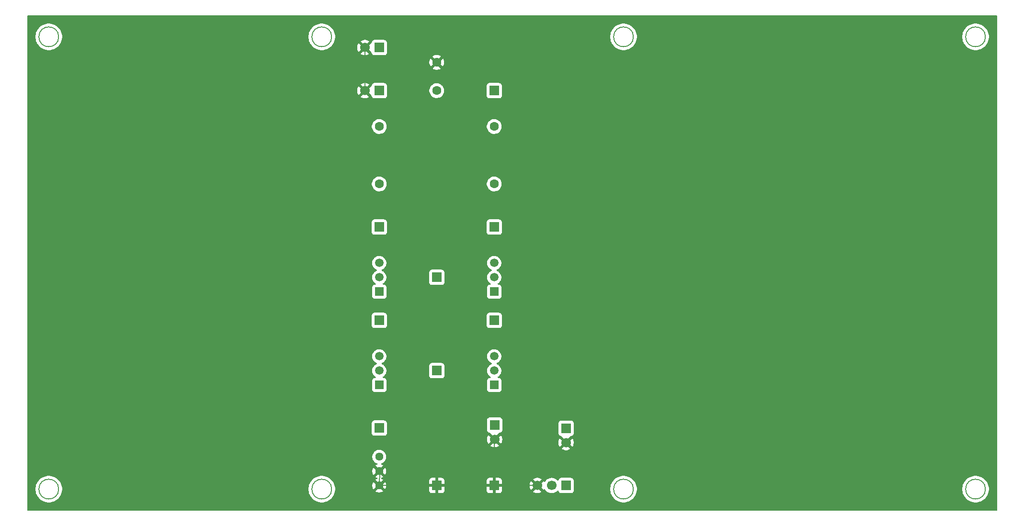
<source format=gbr>
%TF.GenerationSoftware,KiCad,Pcbnew,9.0.6-9.0.6~ubuntu22.04.1*%
%TF.CreationDate,2025-12-31T15:55:54+01:00*%
%TF.ProjectId,Symmetric_Wilson_Current_Mirror_With_Explanations,53796d6d-6574-4726-9963-5f57696c736f,rev?*%
%TF.SameCoordinates,Original*%
%TF.FileFunction,Copper,L1,Top*%
%TF.FilePolarity,Positive*%
%FSLAX46Y46*%
G04 Gerber Fmt 4.6, Leading zero omitted, Abs format (unit mm)*
G04 Created by KiCad (PCBNEW 9.0.6-9.0.6~ubuntu22.04.1) date 2025-12-31 15:55:54*
%MOMM*%
%LPD*%
G01*
G04 APERTURE LIST*
%TA.AperFunction,NonConductor*%
%ADD10C,0.200000*%
%TD*%
%TA.AperFunction,Conductor*%
%ADD11C,0.200000*%
%TD*%
%TA.AperFunction,ComponentPad*%
%ADD12R,1.500000X1.500000*%
%TD*%
%TA.AperFunction,ComponentPad*%
%ADD13C,1.500000*%
%TD*%
%TA.AperFunction,ComponentPad*%
%ADD14R,1.700000X1.700000*%
%TD*%
%TA.AperFunction,ComponentPad*%
%ADD15C,1.700000*%
%TD*%
%TA.AperFunction,ComponentPad*%
%ADD16C,1.600000*%
%TD*%
%TA.AperFunction,ComponentPad*%
%ADD17C,1.440000*%
%TD*%
%TA.AperFunction,ViaPad*%
%ADD18C,1.300000*%
%TD*%
%TA.AperFunction,Conductor*%
%ADD19C,1.000000*%
%TD*%
G04 APERTURE END LIST*
D10*
X83030000Y-153670000D02*
G75*
G02*
X79530000Y-153670000I-1750000J0D01*
G01*
X79530000Y-153670000D02*
G75*
G02*
X83030000Y-153670000I1750000J0D01*
G01*
X184630000Y-153670000D02*
G75*
G02*
X181130000Y-153670000I-1750000J0D01*
G01*
X181130000Y-153670000D02*
G75*
G02*
X184630000Y-153670000I1750000J0D01*
G01*
D11*
%TO.N,Gnd*%
X149860000Y-153035000D02*
X160020000Y-153035000D01*
D10*
X246860000Y-73660000D02*
G75*
G02*
X243360000Y-73660000I-1750000J0D01*
G01*
X243360000Y-73660000D02*
G75*
G02*
X246860000Y-73660000I1750000J0D01*
G01*
D11*
X139700000Y-153035000D02*
X139790000Y-150495000D01*
D10*
X246860000Y-153670000D02*
G75*
G02*
X243360000Y-153670000I-1750000J0D01*
G01*
X243360000Y-153670000D02*
G75*
G02*
X246860000Y-153670000I1750000J0D01*
G01*
D11*
X149860000Y-153035000D02*
X139700000Y-153035000D01*
X137160000Y-83820000D02*
X137160000Y-74930000D01*
D10*
X131290000Y-73660000D02*
G75*
G02*
X127790000Y-73660000I-1750000J0D01*
G01*
X127790000Y-73660000D02*
G75*
G02*
X131290000Y-73660000I1750000J0D01*
G01*
X131290000Y-153670000D02*
G75*
G02*
X127790000Y-153670000I-1750000J0D01*
G01*
X127790000Y-153670000D02*
G75*
G02*
X131290000Y-153670000I1750000J0D01*
G01*
D11*
X160020000Y-153035000D02*
X167640000Y-153035000D01*
D10*
X184630000Y-73660000D02*
G75*
G02*
X181130000Y-73660000I-1750000J0D01*
G01*
X181130000Y-73660000D02*
G75*
G02*
X184630000Y-73660000I1750000J0D01*
G01*
X83030000Y-73660000D02*
G75*
G02*
X79530000Y-73660000I-1750000J0D01*
G01*
X79530000Y-73660000D02*
G75*
G02*
X83030000Y-73660000I1750000J0D01*
G01*
D11*
X160060000Y-144780000D02*
X160060000Y-152400000D01*
%TD*%
D12*
%TO.P,Q3,1,C*%
%TO.N,Vout*%
X160020000Y-135255000D03*
D13*
%TO.P,Q3,2,B*%
%TO.N,Net-(J4-Pin_1)*%
X160020000Y-132715000D03*
%TO.P,Q3,3,E*%
%TO.N,Net-(J10-Pin_1)*%
X160020000Y-130175000D03*
%TD*%
D14*
%TO.P,J11,1,Pin_1*%
%TO.N,Vout*%
X160100000Y-142335000D03*
D15*
%TO.P,J11,2,Pin_2*%
%TO.N,Gnd*%
X160100000Y-144875000D03*
%TD*%
D16*
%TO.P,R1,1*%
%TO.N,Net-(J1-Pin_1)*%
X139700000Y-89535000D03*
%TO.P,R1,2*%
%TO.N,Net-(J14-Pin_1)*%
X139700000Y-99695000D03*
%TD*%
D12*
%TO.P,Q2,1,C*%
%TO.N,Net-(J10-Pin_1)*%
X160020000Y-118745000D03*
D13*
%TO.P,Q2,2,B*%
X160020000Y-116205000D03*
%TO.P,Q2,3,E*%
%TO.N,Net-(J15-Pin_1)*%
X160020000Y-113665000D03*
%TD*%
D14*
%TO.P,J15,1,Pin_1*%
%TO.N,Net-(J15-Pin_1)*%
X160020000Y-107315000D03*
%TD*%
D16*
%TO.P,C1,1*%
%TO.N,Net-(J1-Pin_1)*%
X149860000Y-83185000D03*
%TO.P,C1,2*%
%TO.N,Gnd*%
X149860000Y-78185000D03*
%TD*%
D17*
%TO.P,RV1,1,1*%
%TO.N,Net-(J4-Pin_1)*%
X139700000Y-147955000D03*
%TO.P,RV1,2,2*%
%TO.N,Gnd*%
X139700000Y-150495000D03*
%TO.P,RV1,3,3*%
X139700000Y-153035000D03*
%TD*%
D14*
%TO.P,J14,1,Pin_1*%
%TO.N,Net-(J14-Pin_1)*%
X139700000Y-107315000D03*
%TD*%
%TO.P,J5,1,Pin_1*%
%TO.N,Net-(J1-Pin_1)*%
X160020000Y-83185000D03*
%TD*%
D12*
%TO.P,Q1,1,C*%
%TO.N,Net-(J3-Pin_1)*%
X139700000Y-118745000D03*
D13*
%TO.P,Q1,2,B*%
%TO.N,Net-(J10-Pin_1)*%
X139700000Y-116205000D03*
%TO.P,Q1,3,E*%
%TO.N,Net-(J14-Pin_1)*%
X139700000Y-113665000D03*
%TD*%
D14*
%TO.P,J10,1,Pin_1*%
%TO.N,Net-(J10-Pin_1)*%
X160020000Y-123825000D03*
%TD*%
%TO.P,J8,1,Pin_1*%
%TO.N,Gnd*%
X149860000Y-153035000D03*
%TD*%
%TO.P,J6,1,Pin_1*%
%TO.N,Net-(J10-Pin_1)*%
X149860000Y-116205000D03*
%TD*%
%TO.P,J3,1,Pin_1*%
%TO.N,Net-(J3-Pin_1)*%
X139700000Y-123825000D03*
%TD*%
%TO.P,J4,1,Pin_1*%
%TO.N,Net-(J4-Pin_1)*%
X139700000Y-142875000D03*
%TD*%
D16*
%TO.P,R2,1*%
%TO.N,Net-(J1-Pin_1)*%
X160020000Y-89535000D03*
%TO.P,R2,2*%
%TO.N,Net-(J15-Pin_1)*%
X160020000Y-99695000D03*
%TD*%
D14*
%TO.P,J9,1,Pin_1*%
%TO.N,Gnd*%
X160020000Y-153035000D03*
%TD*%
D12*
%TO.P,Q4,1,C*%
%TO.N,Net-(J4-Pin_1)*%
X139700000Y-135255000D03*
D13*
%TO.P,Q4,2,B*%
X139700000Y-132715000D03*
%TO.P,Q4,3,E*%
%TO.N,Net-(J3-Pin_1)*%
X139700000Y-130175000D03*
%TD*%
D14*
%TO.P,J7,1,Pin_1*%
%TO.N,Net-(J4-Pin_1)*%
X149860000Y-132715000D03*
%TD*%
%TO.P,J1,1,Pin_1*%
%TO.N,Net-(J1-Pin_1)*%
X139700000Y-75565000D03*
D15*
%TO.P,J1,2,Pin_2*%
%TO.N,Gnd*%
X137160000Y-75565000D03*
%TD*%
D14*
%TO.P,J2,1,Pin_1*%
%TO.N,Net-(J1-Pin_1)*%
X139700000Y-83185000D03*
D15*
%TO.P,J2,2,Pin_2*%
%TO.N,Gnd*%
X137160000Y-83185000D03*
%TD*%
D14*
%TO.P,J12,1,Pin_1*%
%TO.N,Net-(J1-Pin_1)*%
X172720000Y-153035000D03*
D15*
%TO.P,J12,2,Pin_2*%
%TO.N,Vout*%
X170180000Y-153035000D03*
%TO.P,J12,3,Pin_3*%
%TO.N,Gnd*%
X167640000Y-153035000D03*
%TD*%
D14*
%TO.P,J13,1,Pin_1*%
%TO.N,Net-(J1-Pin_1)*%
X172720000Y-142900000D03*
D15*
%TO.P,J13,2,Pin_2*%
%TO.N,Gnd*%
X172720000Y-145440000D03*
%TD*%
D18*
%TO.N,Gnd*%
X154940000Y-118745000D03*
X154940000Y-86995000D03*
X167640000Y-73025000D03*
X182880000Y-135255000D03*
X167640000Y-109855000D03*
X182880000Y-109855000D03*
X154940000Y-127635000D03*
X182880000Y-146685000D03*
X154940000Y-98425000D03*
X129540000Y-86995000D03*
X167640000Y-135255000D03*
X167640000Y-86995000D03*
X144780000Y-98425000D03*
X144780000Y-155575000D03*
X152400000Y-146685000D03*
X154940000Y-135255000D03*
X182880000Y-86995000D03*
X167640000Y-98425000D03*
X144780000Y-135255000D03*
X144780000Y-86995000D03*
X144780000Y-127635000D03*
X144780000Y-118745000D03*
X144780000Y-146685000D03*
X182880000Y-122555000D03*
X129540000Y-122555000D03*
X154940000Y-109855000D03*
X129540000Y-146685000D03*
X129540000Y-109855000D03*
X167640000Y-122555000D03*
X182880000Y-98425000D03*
X129540000Y-98425000D03*
X144780000Y-109855000D03*
X154940000Y-155575000D03*
X154940000Y-73025000D03*
X129540000Y-135255000D03*
%TD*%
D19*
%TO.N,Gnd*%
X160100000Y-152955000D02*
X160020000Y-153035000D01*
%TO.N,Net-(J4-Pin_1)*%
X149895000Y-132750000D02*
X149860000Y-132715000D01*
%TO.N,Vout*%
X160020000Y-142255000D02*
X160100000Y-142335000D01*
%TD*%
%TA.AperFunction,Conductor*%
%TO.N,Gnd*%
G36*
X148509500Y-133350000D02*
G01*
X140779921Y-133350000D01*
X140858884Y-133195025D01*
X140919709Y-133007826D01*
X140950500Y-132813422D01*
X140950500Y-132715000D01*
X148509500Y-132715000D01*
X148509500Y-133350000D01*
G37*
%TD.AperFunction*%
%TA.AperFunction,Conductor*%
G36*
X248863039Y-69869685D02*
G01*
X248908794Y-69922489D01*
X248920000Y-69974000D01*
X248920000Y-157356000D01*
X248900315Y-157423039D01*
X248847511Y-157468794D01*
X248796000Y-157480000D01*
X77594000Y-157480000D01*
X77526961Y-157460315D01*
X77481206Y-157407511D01*
X77470000Y-157356000D01*
X77470000Y-153515946D01*
X78929500Y-153515946D01*
X78929500Y-153824053D01*
X78929501Y-153824069D01*
X78969717Y-154129542D01*
X79049464Y-154427162D01*
X79167376Y-154711826D01*
X79167381Y-154711837D01*
X79260014Y-154872280D01*
X79321438Y-154978670D01*
X79321440Y-154978673D01*
X79321441Y-154978674D01*
X79509007Y-155223115D01*
X79509013Y-155223122D01*
X79726877Y-155440986D01*
X79726883Y-155440991D01*
X79971330Y-155628562D01*
X80142830Y-155727578D01*
X80238162Y-155782618D01*
X80238167Y-155782620D01*
X80238170Y-155782622D01*
X80522836Y-155900535D01*
X80820456Y-155980282D01*
X81125940Y-156020500D01*
X81125947Y-156020500D01*
X81434053Y-156020500D01*
X81434060Y-156020500D01*
X81739544Y-155980282D01*
X82037164Y-155900535D01*
X82321830Y-155782622D01*
X82588670Y-155628562D01*
X82833117Y-155440991D01*
X83050991Y-155223117D01*
X83238562Y-154978670D01*
X83392622Y-154711830D01*
X83510535Y-154427164D01*
X83590282Y-154129544D01*
X83630500Y-153824060D01*
X83630500Y-153515946D01*
X127189500Y-153515946D01*
X127189500Y-153824053D01*
X127189501Y-153824069D01*
X127229717Y-154129542D01*
X127309464Y-154427162D01*
X127427376Y-154711826D01*
X127427381Y-154711837D01*
X127520014Y-154872280D01*
X127581438Y-154978670D01*
X127581440Y-154978673D01*
X127581441Y-154978674D01*
X127769007Y-155223115D01*
X127769013Y-155223122D01*
X127986877Y-155440986D01*
X127986883Y-155440991D01*
X128231330Y-155628562D01*
X128402830Y-155727578D01*
X128498162Y-155782618D01*
X128498167Y-155782620D01*
X128498170Y-155782622D01*
X128782836Y-155900535D01*
X129080456Y-155980282D01*
X129385940Y-156020500D01*
X129385947Y-156020500D01*
X129694053Y-156020500D01*
X129694060Y-156020500D01*
X129999544Y-155980282D01*
X130297164Y-155900535D01*
X130581830Y-155782622D01*
X130848670Y-155628562D01*
X131093117Y-155440991D01*
X131310991Y-155223117D01*
X131498562Y-154978670D01*
X131652622Y-154711830D01*
X131770535Y-154427164D01*
X131850282Y-154129544D01*
X131890500Y-153824060D01*
X131890500Y-153515940D01*
X131850282Y-153210456D01*
X131770535Y-152912836D01*
X131652622Y-152628170D01*
X131652620Y-152628167D01*
X131652618Y-152628162D01*
X131588200Y-152516588D01*
X131498562Y-152361330D01*
X131328408Y-152139581D01*
X131325312Y-152135546D01*
X131325310Y-152135544D01*
X131312178Y-152118430D01*
X131310991Y-152116883D01*
X131310989Y-152116881D01*
X131310986Y-152116877D01*
X131093122Y-151899013D01*
X131093115Y-151899007D01*
X130848674Y-151711441D01*
X130848673Y-151711440D01*
X130848670Y-151711438D01*
X130700022Y-151625616D01*
X130581837Y-151557381D01*
X130581826Y-151557376D01*
X130297162Y-151439464D01*
X129999542Y-151359717D01*
X129694069Y-151319501D01*
X129694066Y-151319500D01*
X129694060Y-151319500D01*
X129385940Y-151319500D01*
X129385934Y-151319500D01*
X129385930Y-151319501D01*
X129080457Y-151359717D01*
X128782837Y-151439464D01*
X128498173Y-151557376D01*
X128498162Y-151557381D01*
X128231325Y-151711441D01*
X127986884Y-151899007D01*
X127986877Y-151899013D01*
X127769013Y-152116877D01*
X127769007Y-152116884D01*
X127581441Y-152361325D01*
X127427381Y-152628162D01*
X127427376Y-152628173D01*
X127309464Y-152912837D01*
X127229717Y-153210457D01*
X127189501Y-153515930D01*
X127189500Y-153515946D01*
X83630500Y-153515946D01*
X83630500Y-153515940D01*
X83590282Y-153210456D01*
X83510535Y-152912836D01*
X83392622Y-152628170D01*
X83392620Y-152628167D01*
X83392618Y-152628162D01*
X83328200Y-152516588D01*
X83238562Y-152361330D01*
X83068408Y-152139581D01*
X83050992Y-152116884D01*
X83050986Y-152116877D01*
X82833122Y-151899013D01*
X82833115Y-151899007D01*
X82588674Y-151711441D01*
X82588673Y-151711440D01*
X82588670Y-151711438D01*
X82440022Y-151625616D01*
X82321837Y-151557381D01*
X82321826Y-151557376D01*
X82037162Y-151439464D01*
X81739542Y-151359717D01*
X81434069Y-151319501D01*
X81434066Y-151319500D01*
X81434060Y-151319500D01*
X81125940Y-151319500D01*
X81125934Y-151319500D01*
X81125930Y-151319501D01*
X80820457Y-151359717D01*
X80522837Y-151439464D01*
X80238173Y-151557376D01*
X80238162Y-151557381D01*
X79971325Y-151711441D01*
X79726884Y-151899007D01*
X79726877Y-151899013D01*
X79509013Y-152116877D01*
X79509007Y-152116884D01*
X79321441Y-152361325D01*
X79167381Y-152628162D01*
X79167376Y-152628173D01*
X79049464Y-152912837D01*
X78969717Y-153210457D01*
X78929501Y-153515930D01*
X78929500Y-153515946D01*
X77470000Y-153515946D01*
X77470000Y-147858945D01*
X138479500Y-147858945D01*
X138479500Y-148051054D01*
X138509553Y-148240802D01*
X138568916Y-148423506D01*
X138568918Y-148423509D01*
X138656135Y-148594681D01*
X138769055Y-148750102D01*
X138904898Y-148885945D01*
X139060319Y-148998865D01*
X139231491Y-149086082D01*
X139231495Y-149086084D01*
X139296890Y-149107332D01*
X139354566Y-149146769D01*
X139381765Y-149211127D01*
X139369851Y-149279974D01*
X139322607Y-149331450D01*
X139296893Y-149343194D01*
X139231677Y-149364384D01*
X139060578Y-149451564D01*
X139031352Y-149472798D01*
X139031351Y-149472798D01*
X139653554Y-150095000D01*
X139647339Y-150095000D01*
X139545606Y-150122259D01*
X139454394Y-150174920D01*
X139379920Y-150249394D01*
X139327259Y-150340606D01*
X139300000Y-150442339D01*
X139300000Y-150448553D01*
X138677798Y-149826351D01*
X138677798Y-149826352D01*
X138656564Y-149855578D01*
X138569383Y-150026678D01*
X138510040Y-150209315D01*
X138480000Y-150398984D01*
X138480000Y-150591015D01*
X138510040Y-150780684D01*
X138569383Y-150963321D01*
X138656561Y-151134415D01*
X138677798Y-151163646D01*
X139300000Y-150541445D01*
X139300000Y-150547661D01*
X139327259Y-150649394D01*
X139379920Y-150740606D01*
X139454394Y-150815080D01*
X139545606Y-150867741D01*
X139647339Y-150895000D01*
X139653554Y-150895000D01*
X139031351Y-151517200D01*
X139031352Y-151517201D01*
X139060577Y-151538434D01*
X139231678Y-151625616D01*
X139297703Y-151647069D01*
X139355378Y-151686507D01*
X139382576Y-151750866D01*
X139370661Y-151819712D01*
X139323417Y-151871188D01*
X139297703Y-151882931D01*
X139231678Y-151904383D01*
X139060578Y-151991564D01*
X139031352Y-152012798D01*
X139031351Y-152012798D01*
X139653554Y-152635000D01*
X139647339Y-152635000D01*
X139545606Y-152662259D01*
X139454394Y-152714920D01*
X139379920Y-152789394D01*
X139327259Y-152880606D01*
X139300000Y-152982339D01*
X139300000Y-152988553D01*
X138677798Y-152366351D01*
X138677798Y-152366352D01*
X138656564Y-152395578D01*
X138569383Y-152566678D01*
X138510040Y-152749315D01*
X138480000Y-152938984D01*
X138480000Y-153131015D01*
X138510040Y-153320684D01*
X138569383Y-153503321D01*
X138656561Y-153674415D01*
X138677798Y-153703646D01*
X139300000Y-153081445D01*
X139300000Y-153087661D01*
X139327259Y-153189394D01*
X139379920Y-153280606D01*
X139454394Y-153355080D01*
X139545606Y-153407741D01*
X139647339Y-153435000D01*
X139653554Y-153435000D01*
X139031351Y-154057200D01*
X139031352Y-154057201D01*
X139060577Y-154078434D01*
X139231678Y-154165616D01*
X139414315Y-154224959D01*
X139603985Y-154255000D01*
X139796015Y-154255000D01*
X139985684Y-154224959D01*
X140168321Y-154165616D01*
X140339419Y-154078436D01*
X140368646Y-154057201D01*
X140368646Y-154057200D01*
X139746447Y-153435000D01*
X139752661Y-153435000D01*
X139854394Y-153407741D01*
X139945606Y-153355080D01*
X140020080Y-153280606D01*
X140072741Y-153189394D01*
X140100000Y-153087661D01*
X140100000Y-153081446D01*
X140722200Y-153703646D01*
X140722201Y-153703646D01*
X140743436Y-153674419D01*
X140830616Y-153503321D01*
X140889958Y-153320684D01*
X140906818Y-153214240D01*
X140906818Y-153214239D01*
X140920000Y-153131013D01*
X140920000Y-152938985D01*
X140889959Y-152749315D01*
X140830616Y-152566678D01*
X140743434Y-152395577D01*
X140722201Y-152366352D01*
X140722200Y-152366351D01*
X140100000Y-152988552D01*
X140100000Y-152982339D01*
X140072741Y-152880606D01*
X140020080Y-152789394D01*
X139945606Y-152714920D01*
X139854394Y-152662259D01*
X139752661Y-152635000D01*
X139746447Y-152635000D01*
X140244290Y-152137155D01*
X148510000Y-152137155D01*
X148510000Y-152785000D01*
X149426988Y-152785000D01*
X149394075Y-152842007D01*
X149360000Y-152969174D01*
X149360000Y-153100826D01*
X149394075Y-153227993D01*
X149426988Y-153285000D01*
X148510000Y-153285000D01*
X148510000Y-153932844D01*
X148516401Y-153992372D01*
X148516403Y-153992379D01*
X148566645Y-154127086D01*
X148566649Y-154127093D01*
X148652809Y-154242187D01*
X148652812Y-154242190D01*
X148767906Y-154328350D01*
X148767913Y-154328354D01*
X148902620Y-154378596D01*
X148902627Y-154378598D01*
X148962155Y-154384999D01*
X148962172Y-154385000D01*
X149610000Y-154385000D01*
X149610000Y-153468012D01*
X149667007Y-153500925D01*
X149794174Y-153535000D01*
X149925826Y-153535000D01*
X150052993Y-153500925D01*
X150110000Y-153468012D01*
X150110000Y-154385000D01*
X150757828Y-154385000D01*
X150757844Y-154384999D01*
X150817372Y-154378598D01*
X150817379Y-154378596D01*
X150952086Y-154328354D01*
X150952093Y-154328350D01*
X151067187Y-154242190D01*
X151067190Y-154242187D01*
X151153350Y-154127093D01*
X151153354Y-154127086D01*
X151203596Y-153992379D01*
X151203598Y-153992372D01*
X151209999Y-153932844D01*
X151210000Y-153932827D01*
X151210000Y-153285000D01*
X150293012Y-153285000D01*
X150325925Y-153227993D01*
X150360000Y-153100826D01*
X150360000Y-152969174D01*
X150325925Y-152842007D01*
X150293012Y-152785000D01*
X151210000Y-152785000D01*
X151210000Y-152137172D01*
X151209999Y-152137155D01*
X158670000Y-152137155D01*
X158670000Y-152785000D01*
X159586988Y-152785000D01*
X159554075Y-152842007D01*
X159520000Y-152969174D01*
X159520000Y-153100826D01*
X159554075Y-153227993D01*
X159586988Y-153285000D01*
X158670000Y-153285000D01*
X158670000Y-153932844D01*
X158676401Y-153992372D01*
X158676403Y-153992379D01*
X158726645Y-154127086D01*
X158726649Y-154127093D01*
X158812809Y-154242187D01*
X158812812Y-154242190D01*
X158927906Y-154328350D01*
X158927913Y-154328354D01*
X159062620Y-154378596D01*
X159062627Y-154378598D01*
X159122155Y-154384999D01*
X159122172Y-154385000D01*
X159770000Y-154385000D01*
X159770000Y-153468012D01*
X159827007Y-153500925D01*
X159954174Y-153535000D01*
X160085826Y-153535000D01*
X160212993Y-153500925D01*
X160270000Y-153468012D01*
X160270000Y-154385000D01*
X160917828Y-154385000D01*
X160917844Y-154384999D01*
X160977372Y-154378598D01*
X160977379Y-154378596D01*
X161112086Y-154328354D01*
X161112093Y-154328350D01*
X161227187Y-154242190D01*
X161227190Y-154242187D01*
X161313350Y-154127093D01*
X161313354Y-154127086D01*
X161338496Y-154059678D01*
X161363596Y-153992379D01*
X161363598Y-153992372D01*
X161369999Y-153932844D01*
X161370000Y-153932827D01*
X161370000Y-153285000D01*
X160453012Y-153285000D01*
X160485925Y-153227993D01*
X160520000Y-153100826D01*
X160520000Y-152969174D01*
X160509169Y-152928753D01*
X166290000Y-152928753D01*
X166290000Y-153141246D01*
X166323242Y-153351127D01*
X166323242Y-153351130D01*
X166388904Y-153553217D01*
X166485375Y-153742550D01*
X166524728Y-153796716D01*
X167157037Y-153164408D01*
X167174075Y-153227993D01*
X167239901Y-153342007D01*
X167332993Y-153435099D01*
X167447007Y-153500925D01*
X167510590Y-153517962D01*
X166878282Y-154150269D01*
X166878282Y-154150270D01*
X166932449Y-154189624D01*
X167121782Y-154286095D01*
X167323870Y-154351757D01*
X167533754Y-154385000D01*
X167746246Y-154385000D01*
X167956127Y-154351757D01*
X167956130Y-154351757D01*
X168158217Y-154286095D01*
X168347554Y-154189622D01*
X168401716Y-154150270D01*
X168401717Y-154150270D01*
X167769408Y-153517962D01*
X167832993Y-153500925D01*
X167947007Y-153435099D01*
X168040099Y-153342007D01*
X168105925Y-153227993D01*
X168122962Y-153164409D01*
X168755270Y-153796717D01*
X168755270Y-153796716D01*
X168794622Y-153742555D01*
X168799232Y-153733507D01*
X168847205Y-153682709D01*
X168915025Y-153665912D01*
X168981161Y-153688447D01*
X169020204Y-153733504D01*
X169024949Y-153742817D01*
X169149890Y-153914786D01*
X169300213Y-154065109D01*
X169472179Y-154190048D01*
X169472181Y-154190049D01*
X169472184Y-154190051D01*
X169661588Y-154286557D01*
X169863757Y-154352246D01*
X170073713Y-154385500D01*
X170073714Y-154385500D01*
X170286286Y-154385500D01*
X170286287Y-154385500D01*
X170496243Y-154352246D01*
X170698412Y-154286557D01*
X170887816Y-154190051D01*
X170974471Y-154127093D01*
X171059784Y-154065110D01*
X171059784Y-154065109D01*
X171059792Y-154065104D01*
X171173329Y-153951566D01*
X171234648Y-153918084D01*
X171304340Y-153923068D01*
X171360274Y-153964939D01*
X171377189Y-153995917D01*
X171426202Y-154127328D01*
X171426206Y-154127335D01*
X171512452Y-154242544D01*
X171512455Y-154242547D01*
X171627664Y-154328793D01*
X171627671Y-154328797D01*
X171762517Y-154379091D01*
X171762516Y-154379091D01*
X171769444Y-154379835D01*
X171822127Y-154385500D01*
X173617872Y-154385499D01*
X173677483Y-154379091D01*
X173812331Y-154328796D01*
X173927546Y-154242546D01*
X174013796Y-154127331D01*
X174064091Y-153992483D01*
X174070500Y-153932873D01*
X174070500Y-153515946D01*
X180529500Y-153515946D01*
X180529500Y-153824053D01*
X180529501Y-153824069D01*
X180569717Y-154129542D01*
X180649464Y-154427162D01*
X180767376Y-154711826D01*
X180767381Y-154711837D01*
X180860014Y-154872280D01*
X180921438Y-154978670D01*
X180921440Y-154978673D01*
X180921441Y-154978674D01*
X181109007Y-155223115D01*
X181109013Y-155223122D01*
X181326877Y-155440986D01*
X181326883Y-155440991D01*
X181571330Y-155628562D01*
X181742830Y-155727578D01*
X181838162Y-155782618D01*
X181838167Y-155782620D01*
X181838170Y-155782622D01*
X182122836Y-155900535D01*
X182420456Y-155980282D01*
X182725940Y-156020500D01*
X182725947Y-156020500D01*
X183034053Y-156020500D01*
X183034060Y-156020500D01*
X183339544Y-155980282D01*
X183637164Y-155900535D01*
X183921830Y-155782622D01*
X184188670Y-155628562D01*
X184433117Y-155440991D01*
X184650991Y-155223117D01*
X184838562Y-154978670D01*
X184992622Y-154711830D01*
X185110535Y-154427164D01*
X185190282Y-154129544D01*
X185230500Y-153824060D01*
X185230500Y-153515946D01*
X242759500Y-153515946D01*
X242759500Y-153824053D01*
X242759501Y-153824069D01*
X242799717Y-154129542D01*
X242879464Y-154427162D01*
X242997376Y-154711826D01*
X242997381Y-154711837D01*
X243090014Y-154872280D01*
X243151438Y-154978670D01*
X243151440Y-154978673D01*
X243151441Y-154978674D01*
X243339007Y-155223115D01*
X243339013Y-155223122D01*
X243556877Y-155440986D01*
X243556883Y-155440991D01*
X243801330Y-155628562D01*
X243972830Y-155727578D01*
X244068162Y-155782618D01*
X244068167Y-155782620D01*
X244068170Y-155782622D01*
X244352836Y-155900535D01*
X244650456Y-155980282D01*
X244955940Y-156020500D01*
X244955947Y-156020500D01*
X245264053Y-156020500D01*
X245264060Y-156020500D01*
X245569544Y-155980282D01*
X245867164Y-155900535D01*
X246151830Y-155782622D01*
X246418670Y-155628562D01*
X246663117Y-155440991D01*
X246880991Y-155223117D01*
X247068562Y-154978670D01*
X247222622Y-154711830D01*
X247340535Y-154427164D01*
X247420282Y-154129544D01*
X247460500Y-153824060D01*
X247460500Y-153515940D01*
X247420282Y-153210456D01*
X247340535Y-152912836D01*
X247222622Y-152628170D01*
X247222620Y-152628167D01*
X247222618Y-152628162D01*
X247158200Y-152516588D01*
X247068562Y-152361330D01*
X246898408Y-152139581D01*
X246880992Y-152116884D01*
X246880986Y-152116877D01*
X246663122Y-151899013D01*
X246663115Y-151899007D01*
X246418674Y-151711441D01*
X246418673Y-151711440D01*
X246418670Y-151711438D01*
X246270022Y-151625616D01*
X246151837Y-151557381D01*
X246151826Y-151557376D01*
X245867162Y-151439464D01*
X245569542Y-151359717D01*
X245264069Y-151319501D01*
X245264066Y-151319500D01*
X245264060Y-151319500D01*
X244955940Y-151319500D01*
X244955934Y-151319500D01*
X244955930Y-151319501D01*
X244650457Y-151359717D01*
X244352837Y-151439464D01*
X244068173Y-151557376D01*
X244068162Y-151557381D01*
X243801325Y-151711441D01*
X243556884Y-151899007D01*
X243556877Y-151899013D01*
X243339013Y-152116877D01*
X243339007Y-152116884D01*
X243151441Y-152361325D01*
X242997381Y-152628162D01*
X242997376Y-152628173D01*
X242879464Y-152912837D01*
X242799717Y-153210457D01*
X242759501Y-153515930D01*
X242759500Y-153515946D01*
X185230500Y-153515946D01*
X185230500Y-153515940D01*
X185190282Y-153210456D01*
X185110535Y-152912836D01*
X184992622Y-152628170D01*
X184992620Y-152628167D01*
X184992618Y-152628162D01*
X184928200Y-152516588D01*
X184838562Y-152361330D01*
X184668408Y-152139581D01*
X184650992Y-152116884D01*
X184650986Y-152116877D01*
X184433122Y-151899013D01*
X184433115Y-151899007D01*
X184188674Y-151711441D01*
X184188673Y-151711440D01*
X184188670Y-151711438D01*
X184040022Y-151625616D01*
X183921837Y-151557381D01*
X183921826Y-151557376D01*
X183637162Y-151439464D01*
X183339542Y-151359717D01*
X183034069Y-151319501D01*
X183034066Y-151319500D01*
X183034060Y-151319500D01*
X182725940Y-151319500D01*
X182725934Y-151319500D01*
X182725930Y-151319501D01*
X182420457Y-151359717D01*
X182122837Y-151439464D01*
X181838173Y-151557376D01*
X181838162Y-151557381D01*
X181571325Y-151711441D01*
X181326884Y-151899007D01*
X181326877Y-151899013D01*
X181109013Y-152116877D01*
X181109007Y-152116884D01*
X180921441Y-152361325D01*
X180767381Y-152628162D01*
X180767376Y-152628173D01*
X180649464Y-152912837D01*
X180569717Y-153210457D01*
X180529501Y-153515930D01*
X180529500Y-153515946D01*
X174070500Y-153515946D01*
X174070499Y-153035000D01*
X174070499Y-152137129D01*
X174070498Y-152137123D01*
X174070328Y-152135546D01*
X174064103Y-152077627D01*
X174064091Y-152077516D01*
X174013797Y-151942671D01*
X174013793Y-151942664D01*
X173927547Y-151827455D01*
X173927544Y-151827452D01*
X173812335Y-151741206D01*
X173812328Y-151741202D01*
X173677482Y-151690908D01*
X173677483Y-151690908D01*
X173617883Y-151684501D01*
X173617881Y-151684500D01*
X173617873Y-151684500D01*
X173617864Y-151684500D01*
X171822129Y-151684500D01*
X171822123Y-151684501D01*
X171762516Y-151690908D01*
X171627671Y-151741202D01*
X171627664Y-151741206D01*
X171512455Y-151827452D01*
X171512452Y-151827455D01*
X171426206Y-151942664D01*
X171426203Y-151942669D01*
X171377189Y-152074083D01*
X171335317Y-152130016D01*
X171269853Y-152154433D01*
X171201580Y-152139581D01*
X171173326Y-152118430D01*
X171059786Y-152004890D01*
X170887820Y-151879951D01*
X170698414Y-151783444D01*
X170698413Y-151783443D01*
X170698412Y-151783443D01*
X170496243Y-151717754D01*
X170496241Y-151717753D01*
X170496240Y-151717753D01*
X170334957Y-151692208D01*
X170286287Y-151684500D01*
X170073713Y-151684500D01*
X170025042Y-151692208D01*
X169863760Y-151717753D01*
X169661585Y-151783444D01*
X169472179Y-151879951D01*
X169300213Y-152004890D01*
X169149890Y-152155213D01*
X169024949Y-152327182D01*
X169020202Y-152336499D01*
X168972227Y-152387293D01*
X168904405Y-152404087D01*
X168838271Y-152381548D01*
X168799234Y-152336495D01*
X168794626Y-152327452D01*
X168755270Y-152273282D01*
X168755269Y-152273282D01*
X168122962Y-152905590D01*
X168105925Y-152842007D01*
X168040099Y-152727993D01*
X167947007Y-152634901D01*
X167832993Y-152569075D01*
X167769409Y-152552037D01*
X168401716Y-151919728D01*
X168347550Y-151880375D01*
X168158217Y-151783904D01*
X167956129Y-151718242D01*
X167746246Y-151685000D01*
X167533754Y-151685000D01*
X167323872Y-151718242D01*
X167323869Y-151718242D01*
X167121782Y-151783904D01*
X166932439Y-151880380D01*
X166878282Y-151919727D01*
X166878282Y-151919728D01*
X167510591Y-152552037D01*
X167447007Y-152569075D01*
X167332993Y-152634901D01*
X167239901Y-152727993D01*
X167174075Y-152842007D01*
X167157037Y-152905591D01*
X166524728Y-152273282D01*
X166524727Y-152273282D01*
X166485380Y-152327439D01*
X166388904Y-152516782D01*
X166323242Y-152718869D01*
X166323242Y-152718872D01*
X166290000Y-152928753D01*
X160509169Y-152928753D01*
X160485925Y-152842007D01*
X160453012Y-152785000D01*
X161370000Y-152785000D01*
X161370000Y-152137172D01*
X161369999Y-152137155D01*
X161363598Y-152077627D01*
X161363597Y-152077623D01*
X161338495Y-152010321D01*
X161338494Y-152010319D01*
X161313354Y-151942913D01*
X161313350Y-151942906D01*
X161227190Y-151827812D01*
X161227187Y-151827809D01*
X161112093Y-151741649D01*
X161112086Y-151741645D01*
X160977379Y-151691403D01*
X160977372Y-151691401D01*
X160917844Y-151685000D01*
X160270000Y-151685000D01*
X160270000Y-152601988D01*
X160212993Y-152569075D01*
X160085826Y-152535000D01*
X159954174Y-152535000D01*
X159827007Y-152569075D01*
X159770000Y-152601988D01*
X159770000Y-151685000D01*
X159122155Y-151685000D01*
X159062627Y-151691401D01*
X159062620Y-151691403D01*
X158927913Y-151741645D01*
X158927906Y-151741649D01*
X158812812Y-151827809D01*
X158812809Y-151827812D01*
X158726649Y-151942906D01*
X158726645Y-151942913D01*
X158676403Y-152077620D01*
X158676401Y-152077627D01*
X158670000Y-152137155D01*
X151209999Y-152137155D01*
X151203598Y-152077627D01*
X151203596Y-152077620D01*
X151153354Y-151942913D01*
X151153350Y-151942906D01*
X151067190Y-151827812D01*
X151067187Y-151827809D01*
X150952093Y-151741649D01*
X150952086Y-151741645D01*
X150817379Y-151691403D01*
X150817372Y-151691401D01*
X150757844Y-151685000D01*
X150110000Y-151685000D01*
X150110000Y-152601988D01*
X150052993Y-152569075D01*
X149925826Y-152535000D01*
X149794174Y-152535000D01*
X149667007Y-152569075D01*
X149610000Y-152601988D01*
X149610000Y-151685000D01*
X148962155Y-151685000D01*
X148902627Y-151691401D01*
X148902620Y-151691403D01*
X148767913Y-151741645D01*
X148767906Y-151741649D01*
X148652812Y-151827809D01*
X148652809Y-151827812D01*
X148566649Y-151942906D01*
X148566645Y-151942913D01*
X148516403Y-152077620D01*
X148516401Y-152077627D01*
X148510000Y-152137155D01*
X140244290Y-152137155D01*
X140335275Y-152046170D01*
X140368646Y-152012798D01*
X140339415Y-151991561D01*
X140168319Y-151904383D01*
X140102297Y-151882931D01*
X140044621Y-151843493D01*
X140017423Y-151779135D01*
X140029338Y-151710288D01*
X140076582Y-151658813D01*
X140102297Y-151647069D01*
X140168319Y-151625616D01*
X140339419Y-151538436D01*
X140368646Y-151517201D01*
X140368646Y-151517200D01*
X139746447Y-150895000D01*
X139752661Y-150895000D01*
X139854394Y-150867741D01*
X139945606Y-150815080D01*
X140020080Y-150740606D01*
X140072741Y-150649394D01*
X140100000Y-150547661D01*
X140100000Y-150541446D01*
X140722200Y-151163646D01*
X140722201Y-151163646D01*
X140743436Y-151134419D01*
X140830616Y-150963321D01*
X140889959Y-150780684D01*
X140920000Y-150591015D01*
X140920000Y-150398984D01*
X140889959Y-150209315D01*
X140830616Y-150026678D01*
X140743434Y-149855577D01*
X140722201Y-149826352D01*
X140722200Y-149826351D01*
X140100000Y-150448552D01*
X140100000Y-150442339D01*
X140072741Y-150340606D01*
X140020080Y-150249394D01*
X139945606Y-150174920D01*
X139854394Y-150122259D01*
X139752661Y-150095000D01*
X139746447Y-150095000D01*
X140368646Y-149472798D01*
X140339415Y-149451561D01*
X140168321Y-149364383D01*
X140103107Y-149343194D01*
X140045432Y-149303756D01*
X140018234Y-149239397D01*
X140030149Y-149170551D01*
X140077394Y-149119075D01*
X140103109Y-149107332D01*
X140168504Y-149086084D01*
X140168506Y-149086082D01*
X140168509Y-149086082D01*
X140339681Y-148998865D01*
X140495102Y-148885945D01*
X140630945Y-148750102D01*
X140743865Y-148594681D01*
X140831082Y-148423509D01*
X140890447Y-148240801D01*
X140920500Y-148051055D01*
X140920500Y-147858945D01*
X140890447Y-147669199D01*
X140831082Y-147486491D01*
X140743865Y-147315319D01*
X140630945Y-147159898D01*
X140495102Y-147024055D01*
X140339681Y-146911135D01*
X140168506Y-146823916D01*
X139985802Y-146764553D01*
X139890928Y-146749526D01*
X139796055Y-146734500D01*
X139603945Y-146734500D01*
X139540696Y-146744517D01*
X139414197Y-146764553D01*
X139231493Y-146823916D01*
X139060318Y-146911135D01*
X138971645Y-146975560D01*
X138904898Y-147024055D01*
X138904896Y-147024057D01*
X138904895Y-147024057D01*
X138769057Y-147159895D01*
X138769057Y-147159896D01*
X138769055Y-147159898D01*
X138720560Y-147226645D01*
X138656135Y-147315318D01*
X138568916Y-147486493D01*
X138509553Y-147669197D01*
X138479500Y-147858945D01*
X77470000Y-147858945D01*
X77470000Y-122927135D01*
X138349500Y-122927135D01*
X138349500Y-124722870D01*
X138349501Y-124722876D01*
X138355908Y-124782483D01*
X138406202Y-124917328D01*
X138406206Y-124917335D01*
X138492452Y-125032544D01*
X138492455Y-125032547D01*
X138607664Y-125118793D01*
X138607671Y-125118797D01*
X138742517Y-125169091D01*
X138742516Y-125169091D01*
X138749444Y-125169835D01*
X138802127Y-125175500D01*
X139340000Y-125175499D01*
X139340000Y-128977116D01*
X139219970Y-129016117D01*
X139044594Y-129105476D01*
X138953741Y-129171485D01*
X138885354Y-129221172D01*
X138885352Y-129221174D01*
X138885351Y-129221174D01*
X138746174Y-129360351D01*
X138746174Y-129360352D01*
X138746172Y-129360354D01*
X138696485Y-129428741D01*
X138630476Y-129519594D01*
X138541117Y-129694970D01*
X138480290Y-129882173D01*
X138449500Y-130076577D01*
X138449500Y-130273422D01*
X138480290Y-130467826D01*
X138541117Y-130655029D01*
X138630476Y-130830405D01*
X138746172Y-130989646D01*
X138885354Y-131128828D01*
X139044595Y-131244524D01*
X139167992Y-131307397D01*
X139221213Y-131334515D01*
X139272009Y-131382489D01*
X139288804Y-131450310D01*
X139266267Y-131516445D01*
X139221213Y-131555485D01*
X139044594Y-131645476D01*
X138953741Y-131711485D01*
X138885354Y-131761172D01*
X138885352Y-131761174D01*
X138885351Y-131761174D01*
X138746174Y-131900351D01*
X138746174Y-131900352D01*
X138746172Y-131900354D01*
X138696485Y-131968741D01*
X138630476Y-132059594D01*
X138541117Y-132234970D01*
X138480290Y-132422173D01*
X138449500Y-132616577D01*
X138449500Y-132813422D01*
X138480290Y-133007826D01*
X138541117Y-133195029D01*
X138630476Y-133370405D01*
X138746172Y-133529646D01*
X138885354Y-133668828D01*
X139038621Y-133780184D01*
X139081285Y-133835512D01*
X139087264Y-133905125D01*
X139054658Y-133966920D01*
X138993819Y-134001278D01*
X138965736Y-134004500D01*
X138902130Y-134004500D01*
X138902123Y-134004501D01*
X138842516Y-134010908D01*
X138707671Y-134061202D01*
X138707664Y-134061206D01*
X138592455Y-134147452D01*
X138592452Y-134147455D01*
X138506206Y-134262664D01*
X138506202Y-134262671D01*
X138455908Y-134397517D01*
X138449501Y-134457116D01*
X138449501Y-134457123D01*
X138449500Y-134457135D01*
X138449500Y-136052870D01*
X138449501Y-136052876D01*
X138455908Y-136112483D01*
X138506202Y-136247328D01*
X138506206Y-136247335D01*
X138592452Y-136362544D01*
X138592455Y-136362547D01*
X138707664Y-136448793D01*
X138707671Y-136448797D01*
X138842517Y-136499091D01*
X138842516Y-136499091D01*
X138849444Y-136499835D01*
X138902127Y-136505500D01*
X139700000Y-136505499D01*
X139700000Y-141524500D01*
X138802129Y-141524500D01*
X138802123Y-141524501D01*
X138742516Y-141530908D01*
X138607671Y-141581202D01*
X138607664Y-141581206D01*
X138492455Y-141667452D01*
X138492452Y-141667455D01*
X138406206Y-141782664D01*
X138406202Y-141782671D01*
X138355908Y-141917517D01*
X138349501Y-141977116D01*
X138349501Y-141977123D01*
X138349500Y-141977135D01*
X138349500Y-143772870D01*
X138349501Y-143772876D01*
X138355908Y-143832483D01*
X138406202Y-143967328D01*
X138406206Y-143967335D01*
X138492452Y-144082544D01*
X138492455Y-144082547D01*
X138607664Y-144168793D01*
X138607671Y-144168797D01*
X138742517Y-144219091D01*
X138742516Y-144219091D01*
X138749444Y-144219835D01*
X138802127Y-144225500D01*
X140597872Y-144225499D01*
X140657483Y-144219091D01*
X140792331Y-144168796D01*
X140907546Y-144082546D01*
X140993796Y-143967331D01*
X141044091Y-143832483D01*
X141050500Y-143772873D01*
X141050499Y-142875000D01*
X144780000Y-142875000D01*
X146423274Y-141437135D01*
X158749500Y-141437135D01*
X158749500Y-143232870D01*
X158749501Y-143232876D01*
X158755908Y-143292483D01*
X158806202Y-143427328D01*
X158806206Y-143427335D01*
X158892452Y-143542544D01*
X158892455Y-143542547D01*
X159007664Y-143628793D01*
X159007671Y-143628797D01*
X159052618Y-143645561D01*
X159142517Y-143679091D01*
X159202127Y-143685500D01*
X159212685Y-143685499D01*
X159279723Y-143705179D01*
X159300372Y-143721818D01*
X159970591Y-144392037D01*
X159907007Y-144409075D01*
X159792993Y-144474901D01*
X159699901Y-144567993D01*
X159634075Y-144682007D01*
X159617037Y-144745591D01*
X158984728Y-144113282D01*
X158984727Y-144113282D01*
X158945380Y-144167439D01*
X158848904Y-144356782D01*
X158783242Y-144558869D01*
X158783242Y-144558872D01*
X158750000Y-144768753D01*
X158750000Y-144981246D01*
X158783242Y-145191127D01*
X158783242Y-145191130D01*
X158848904Y-145393217D01*
X158945375Y-145582550D01*
X158984728Y-145636716D01*
X159617036Y-145004407D01*
X159634075Y-145067993D01*
X159699901Y-145182007D01*
X159792993Y-145275099D01*
X159907007Y-145340925D01*
X159970590Y-145357962D01*
X159338282Y-145990269D01*
X159338282Y-145990270D01*
X159392449Y-146029624D01*
X159581782Y-146126095D01*
X159783870Y-146191757D01*
X159993754Y-146225000D01*
X160206246Y-146225000D01*
X160416127Y-146191757D01*
X160416130Y-146191757D01*
X160618217Y-146126095D01*
X160807554Y-146029622D01*
X160861716Y-145990270D01*
X160861717Y-145990270D01*
X160229408Y-145357962D01*
X160292993Y-145340925D01*
X160407007Y-145275099D01*
X160500099Y-145182007D01*
X160565925Y-145067993D01*
X160582962Y-145004408D01*
X161215270Y-145636717D01*
X161215270Y-145636716D01*
X161254622Y-145582554D01*
X161351095Y-145393217D01*
X161384450Y-145290563D01*
X161416757Y-145191130D01*
X161416757Y-145191127D01*
X161450000Y-144981246D01*
X161450000Y-144768753D01*
X161416757Y-144558872D01*
X161416757Y-144558869D01*
X161351095Y-144356782D01*
X161254624Y-144167449D01*
X161215270Y-144113282D01*
X161215269Y-144113282D01*
X160582962Y-144745590D01*
X160565925Y-144682007D01*
X160500099Y-144567993D01*
X160407007Y-144474901D01*
X160292993Y-144409075D01*
X160229409Y-144392037D01*
X160899627Y-143721818D01*
X160960950Y-143688333D01*
X160987307Y-143685499D01*
X160997872Y-143685499D01*
X161057483Y-143679091D01*
X161192331Y-143628796D01*
X161307546Y-143542546D01*
X161393796Y-143427331D01*
X161444091Y-143292483D01*
X161450500Y-143232873D01*
X161450499Y-142002135D01*
X171369500Y-142002135D01*
X171369500Y-143797870D01*
X171369501Y-143797876D01*
X171375908Y-143857483D01*
X171426202Y-143992328D01*
X171426206Y-143992335D01*
X171512452Y-144107544D01*
X171512455Y-144107547D01*
X171627664Y-144193793D01*
X171627671Y-144193797D01*
X171672618Y-144210561D01*
X171762517Y-144244091D01*
X171822127Y-144250500D01*
X171832685Y-144250499D01*
X171899723Y-144270179D01*
X171920372Y-144286818D01*
X172590591Y-144957037D01*
X172527007Y-144974075D01*
X172412993Y-145039901D01*
X172319901Y-145132993D01*
X172254075Y-145247007D01*
X172237037Y-145310591D01*
X171604728Y-144678282D01*
X171604727Y-144678282D01*
X171565380Y-144732439D01*
X171468904Y-144921782D01*
X171403242Y-145123869D01*
X171403242Y-145123872D01*
X171370000Y-145333753D01*
X171370000Y-145546246D01*
X171403242Y-145756127D01*
X171403242Y-145756130D01*
X171468904Y-145958217D01*
X171565375Y-146147550D01*
X171604728Y-146201716D01*
X172237036Y-145569407D01*
X172254075Y-145632993D01*
X172319901Y-145747007D01*
X172412993Y-145840099D01*
X172527007Y-145905925D01*
X172590590Y-145922962D01*
X171958282Y-146555269D01*
X171958282Y-146555270D01*
X172012449Y-146594624D01*
X172201782Y-146691095D01*
X172403870Y-146756757D01*
X172613754Y-146790000D01*
X172826246Y-146790000D01*
X173036127Y-146756757D01*
X173036130Y-146756757D01*
X173238217Y-146691095D01*
X173427554Y-146594622D01*
X173481716Y-146555270D01*
X173481717Y-146555270D01*
X172849408Y-145922962D01*
X172912993Y-145905925D01*
X173027007Y-145840099D01*
X173120099Y-145747007D01*
X173185925Y-145632993D01*
X173202962Y-145569408D01*
X173835270Y-146201717D01*
X173835270Y-146201716D01*
X173874622Y-146147554D01*
X173971095Y-145958217D01*
X174036757Y-145756130D01*
X174036757Y-145756127D01*
X174070000Y-145546246D01*
X174070000Y-145333753D01*
X174036757Y-145123872D01*
X174036757Y-145123869D01*
X173971095Y-144921782D01*
X173874624Y-144732449D01*
X173835270Y-144678282D01*
X173835269Y-144678282D01*
X173202962Y-145310590D01*
X173185925Y-145247007D01*
X173120099Y-145132993D01*
X173027007Y-145039901D01*
X172912993Y-144974075D01*
X172849409Y-144957037D01*
X173519627Y-144286818D01*
X173580950Y-144253333D01*
X173607307Y-144250499D01*
X173617872Y-144250499D01*
X173677483Y-144244091D01*
X173812331Y-144193796D01*
X173927546Y-144107546D01*
X174013796Y-143992331D01*
X174064091Y-143857483D01*
X174070500Y-143797873D01*
X174070499Y-142002128D01*
X174064091Y-141942517D01*
X174054766Y-141917516D01*
X174013797Y-141807671D01*
X174013793Y-141807664D01*
X173927547Y-141692455D01*
X173927544Y-141692452D01*
X173812335Y-141606206D01*
X173812328Y-141606202D01*
X173677482Y-141555908D01*
X173677483Y-141555908D01*
X173617883Y-141549501D01*
X173617881Y-141549500D01*
X173617873Y-141549500D01*
X173617864Y-141549500D01*
X171822129Y-141549500D01*
X171822123Y-141549501D01*
X171762516Y-141555908D01*
X171627671Y-141606202D01*
X171627664Y-141606206D01*
X171512455Y-141692452D01*
X171512452Y-141692455D01*
X171426206Y-141807664D01*
X171426202Y-141807671D01*
X171375908Y-141942517D01*
X171372187Y-141977135D01*
X171369501Y-142002123D01*
X171369500Y-142002135D01*
X161450499Y-142002135D01*
X161450499Y-141437128D01*
X161444091Y-141377517D01*
X161393796Y-141242669D01*
X161393795Y-141242668D01*
X161393793Y-141242664D01*
X161307547Y-141127455D01*
X161307544Y-141127452D01*
X161192335Y-141041206D01*
X161192328Y-141041202D01*
X161057482Y-140990908D01*
X161057483Y-140990908D01*
X160997883Y-140984501D01*
X160997881Y-140984500D01*
X160997873Y-140984500D01*
X160997864Y-140984500D01*
X159202129Y-140984500D01*
X159202123Y-140984501D01*
X159142516Y-140990908D01*
X159007671Y-141041202D01*
X159007664Y-141041206D01*
X158892455Y-141127452D01*
X158892452Y-141127455D01*
X158806206Y-141242664D01*
X158806202Y-141242671D01*
X158755908Y-141377517D01*
X158749501Y-141437116D01*
X158749501Y-141437123D01*
X158749500Y-141437135D01*
X146423274Y-141437135D01*
X149860000Y-138430000D01*
X149860000Y-134065499D01*
X150757872Y-134065499D01*
X150817483Y-134059091D01*
X150952331Y-134008796D01*
X151067546Y-133922546D01*
X151153796Y-133807331D01*
X151204091Y-133672483D01*
X151210500Y-133612873D01*
X151210499Y-132715000D01*
X158769500Y-132715000D01*
X158769500Y-132813422D01*
X158800290Y-133007826D01*
X158861117Y-133195029D01*
X158950476Y-133370405D01*
X159066172Y-133529646D01*
X159205354Y-133668828D01*
X159358621Y-133780184D01*
X159401285Y-133835512D01*
X159407264Y-133905125D01*
X159374658Y-133966920D01*
X159313819Y-134001278D01*
X159285736Y-134004500D01*
X159222130Y-134004500D01*
X159222123Y-134004501D01*
X159162516Y-134010908D01*
X159027671Y-134061202D01*
X159027664Y-134061206D01*
X158912455Y-134147452D01*
X158912452Y-134147455D01*
X158826206Y-134262664D01*
X158826202Y-134262671D01*
X158775908Y-134397517D01*
X158769501Y-134457116D01*
X158769501Y-134457123D01*
X158769500Y-134457135D01*
X158769500Y-136052870D01*
X158769501Y-136052876D01*
X158775908Y-136112483D01*
X158826202Y-136247328D01*
X158826206Y-136247335D01*
X158912452Y-136362544D01*
X158912455Y-136362547D01*
X159027664Y-136448793D01*
X159027671Y-136448797D01*
X159162517Y-136499091D01*
X159162516Y-136499091D01*
X159169444Y-136499835D01*
X159222127Y-136505500D01*
X160817872Y-136505499D01*
X160877483Y-136499091D01*
X161012331Y-136448796D01*
X161127546Y-136362546D01*
X161213796Y-136247331D01*
X161264091Y-136112483D01*
X161270500Y-136052873D01*
X161270499Y-134457128D01*
X161264091Y-134397517D01*
X161213796Y-134262669D01*
X161213795Y-134262668D01*
X161213793Y-134262664D01*
X161127547Y-134147455D01*
X161127544Y-134147452D01*
X161012335Y-134061206D01*
X161012328Y-134061202D01*
X160877482Y-134010908D01*
X160877483Y-134010908D01*
X160817883Y-134004501D01*
X160817881Y-134004500D01*
X160817873Y-134004500D01*
X160817865Y-134004500D01*
X160754267Y-134004500D01*
X160687228Y-133984815D01*
X160641473Y-133932011D01*
X160631529Y-133862853D01*
X160660554Y-133799297D01*
X160681381Y-133780182D01*
X160834646Y-133668828D01*
X160973828Y-133529646D01*
X161089524Y-133370405D01*
X161178884Y-133195025D01*
X161239709Y-133007826D01*
X161270500Y-132813422D01*
X161270500Y-132616577D01*
X161239709Y-132422173D01*
X161178882Y-132234970D01*
X161089523Y-132059594D01*
X160973828Y-131900354D01*
X160834646Y-131761172D01*
X160755025Y-131703324D01*
X160675403Y-131645474D01*
X160498787Y-131555485D01*
X160447990Y-131507511D01*
X160431195Y-131439690D01*
X160453732Y-131373555D01*
X160498787Y-131334515D01*
X160675403Y-131244525D01*
X160675402Y-131244525D01*
X160675405Y-131244524D01*
X160834646Y-131128828D01*
X160973828Y-130989646D01*
X161089524Y-130830405D01*
X161178884Y-130655025D01*
X161239709Y-130467826D01*
X161270500Y-130273422D01*
X161270500Y-130076577D01*
X161239709Y-129882173D01*
X161178882Y-129694970D01*
X161089523Y-129519594D01*
X160973828Y-129360354D01*
X160834646Y-129221172D01*
X160675405Y-129105476D01*
X160500029Y-129016117D01*
X160312826Y-128955290D01*
X160118422Y-128924500D01*
X160118417Y-128924500D01*
X159921583Y-128924500D01*
X159921578Y-128924500D01*
X159727173Y-128955290D01*
X159660000Y-128977116D01*
X159660000Y-125175499D01*
X160917872Y-125175499D01*
X160977483Y-125169091D01*
X161112331Y-125118796D01*
X161227546Y-125032546D01*
X161313796Y-124917331D01*
X161364091Y-124782483D01*
X161370500Y-124722873D01*
X161370499Y-122927128D01*
X161364091Y-122867517D01*
X161313796Y-122732669D01*
X161313795Y-122732668D01*
X161313793Y-122732664D01*
X161227547Y-122617455D01*
X161227544Y-122617452D01*
X161112335Y-122531206D01*
X161112328Y-122531202D01*
X160977482Y-122480908D01*
X160977483Y-122480908D01*
X160917883Y-122474501D01*
X160917881Y-122474500D01*
X160917873Y-122474500D01*
X160917864Y-122474500D01*
X159660000Y-122474500D01*
X159660000Y-119995499D01*
X160817872Y-119995499D01*
X160877483Y-119989091D01*
X161012331Y-119938796D01*
X161127546Y-119852546D01*
X161213796Y-119737331D01*
X161264091Y-119602483D01*
X161270500Y-119542873D01*
X161270499Y-117947128D01*
X161264091Y-117887517D01*
X161213796Y-117752669D01*
X161213795Y-117752668D01*
X161213793Y-117752664D01*
X161127547Y-117637455D01*
X161127544Y-117637452D01*
X161012335Y-117551206D01*
X161012328Y-117551202D01*
X160877482Y-117500908D01*
X160877483Y-117500908D01*
X160817883Y-117494501D01*
X160817881Y-117494500D01*
X160817873Y-117494500D01*
X160817865Y-117494500D01*
X160754267Y-117494500D01*
X160687228Y-117474815D01*
X160641473Y-117422011D01*
X160631529Y-117352853D01*
X160660554Y-117289297D01*
X160681381Y-117270182D01*
X160834646Y-117158828D01*
X160973828Y-117019646D01*
X161089524Y-116860405D01*
X161178884Y-116685025D01*
X161239709Y-116497826D01*
X161270500Y-116303422D01*
X161270500Y-116106577D01*
X161239709Y-115912173D01*
X161178882Y-115724970D01*
X161089523Y-115549594D01*
X160973828Y-115390354D01*
X160834646Y-115251172D01*
X160755025Y-115193324D01*
X160675403Y-115135474D01*
X160498787Y-115045485D01*
X160447990Y-114997511D01*
X160431195Y-114929690D01*
X160453732Y-114863555D01*
X160498787Y-114824515D01*
X160675403Y-114734525D01*
X160675402Y-114734525D01*
X160675405Y-114734524D01*
X160834646Y-114618828D01*
X160973828Y-114479646D01*
X161089524Y-114320405D01*
X161178884Y-114145025D01*
X161239709Y-113957826D01*
X161270500Y-113763422D01*
X161270500Y-113566577D01*
X161239709Y-113372173D01*
X161178882Y-113184970D01*
X161089523Y-113009594D01*
X160973828Y-112850354D01*
X160834646Y-112711172D01*
X160675405Y-112595476D01*
X160500029Y-112506117D01*
X160312826Y-112445290D01*
X160118422Y-112414500D01*
X160118417Y-112414500D01*
X159921583Y-112414500D01*
X159921578Y-112414500D01*
X159727173Y-112445290D01*
X159539970Y-112506117D01*
X159364594Y-112595476D01*
X159273741Y-112661485D01*
X159205354Y-112711172D01*
X159205352Y-112711174D01*
X159205351Y-112711174D01*
X159066174Y-112850351D01*
X159066174Y-112850352D01*
X159066172Y-112850354D01*
X159016485Y-112918741D01*
X158950476Y-113009594D01*
X158861117Y-113184970D01*
X158800290Y-113372173D01*
X158769500Y-113566577D01*
X158769500Y-113763422D01*
X158800290Y-113957826D01*
X158861117Y-114145029D01*
X158950476Y-114320405D01*
X159066172Y-114479646D01*
X159205354Y-114618828D01*
X159364595Y-114734524D01*
X159487992Y-114797397D01*
X159541213Y-114824515D01*
X159592009Y-114872489D01*
X159608804Y-114940310D01*
X159586267Y-115006445D01*
X159541213Y-115045485D01*
X159364594Y-115135476D01*
X159273741Y-115201485D01*
X159205354Y-115251172D01*
X159205352Y-115251174D01*
X159205351Y-115251174D01*
X159066174Y-115390351D01*
X159066174Y-115390352D01*
X159066172Y-115390354D01*
X159016485Y-115458741D01*
X158950476Y-115549594D01*
X158861117Y-115724970D01*
X158800290Y-115912173D01*
X158769500Y-116106577D01*
X158769500Y-116205000D01*
X151210499Y-116205000D01*
X151210499Y-115307128D01*
X151204091Y-115247517D01*
X151162302Y-115135476D01*
X151153797Y-115112671D01*
X151153793Y-115112664D01*
X151067547Y-114997455D01*
X151067544Y-114997452D01*
X150952335Y-114911206D01*
X150952328Y-114911202D01*
X150817482Y-114860908D01*
X150817483Y-114860908D01*
X150757883Y-114854501D01*
X150757881Y-114854500D01*
X150757873Y-114854500D01*
X150757864Y-114854500D01*
X148962129Y-114854500D01*
X148962123Y-114854501D01*
X148902516Y-114860908D01*
X148767671Y-114911202D01*
X148767664Y-114911206D01*
X148652455Y-114997452D01*
X148652452Y-114997455D01*
X148566206Y-115112664D01*
X148566202Y-115112671D01*
X148515908Y-115247517D01*
X148509501Y-115307116D01*
X148509501Y-115307123D01*
X148509500Y-115307135D01*
X148509500Y-116205000D01*
X140950500Y-116205000D01*
X140950500Y-116106577D01*
X140919709Y-115912173D01*
X140858882Y-115724970D01*
X140769523Y-115549594D01*
X140653828Y-115390354D01*
X140514646Y-115251172D01*
X140435025Y-115193324D01*
X140355403Y-115135474D01*
X140178787Y-115045485D01*
X140127990Y-114997511D01*
X140111195Y-114929690D01*
X140133732Y-114863555D01*
X140178787Y-114824515D01*
X140355403Y-114734525D01*
X140355402Y-114734525D01*
X140355405Y-114734524D01*
X140514646Y-114618828D01*
X140653828Y-114479646D01*
X140769524Y-114320405D01*
X140858884Y-114145025D01*
X140919709Y-113957826D01*
X140950500Y-113763422D01*
X140950500Y-113566577D01*
X140919709Y-113372173D01*
X140858882Y-113184970D01*
X140769523Y-113009594D01*
X140653828Y-112850354D01*
X140514646Y-112711172D01*
X140355405Y-112595476D01*
X140180029Y-112506117D01*
X139992826Y-112445290D01*
X139798422Y-112414500D01*
X139798417Y-112414500D01*
X139601583Y-112414500D01*
X139601578Y-112414500D01*
X139407173Y-112445290D01*
X139219970Y-112506117D01*
X139044594Y-112595476D01*
X138953741Y-112661485D01*
X138885354Y-112711172D01*
X138885352Y-112711174D01*
X138885351Y-112711174D01*
X138746174Y-112850351D01*
X138746174Y-112850352D01*
X138746172Y-112850354D01*
X138696485Y-112918741D01*
X138630476Y-113009594D01*
X138541117Y-113184970D01*
X138480290Y-113372173D01*
X138449500Y-113566577D01*
X138449500Y-113763422D01*
X138480290Y-113957826D01*
X138541117Y-114145029D01*
X138630476Y-114320405D01*
X138746172Y-114479646D01*
X138885354Y-114618828D01*
X139044595Y-114734524D01*
X139167992Y-114797397D01*
X139221213Y-114824515D01*
X139272009Y-114872489D01*
X139288804Y-114940310D01*
X139266267Y-115006445D01*
X139221213Y-115045485D01*
X139044594Y-115135476D01*
X138953741Y-115201485D01*
X138885354Y-115251172D01*
X138885352Y-115251174D01*
X138885351Y-115251174D01*
X138746174Y-115390351D01*
X138746174Y-115390352D01*
X138746172Y-115390354D01*
X138696485Y-115458741D01*
X138630476Y-115549594D01*
X138541117Y-115724970D01*
X138480290Y-115912173D01*
X138449500Y-116106577D01*
X138449500Y-116303422D01*
X138480290Y-116497826D01*
X138541117Y-116685029D01*
X138630476Y-116860405D01*
X138746172Y-117019646D01*
X138885354Y-117158828D01*
X139038621Y-117270184D01*
X139081285Y-117325512D01*
X139087264Y-117395125D01*
X139054658Y-117456920D01*
X138993819Y-117491278D01*
X138965736Y-117494500D01*
X138902130Y-117494500D01*
X138902123Y-117494501D01*
X138842516Y-117500908D01*
X138707671Y-117551202D01*
X138707664Y-117551206D01*
X138592455Y-117637452D01*
X138592452Y-117637455D01*
X138506206Y-117752664D01*
X138506202Y-117752671D01*
X138455908Y-117887517D01*
X138449501Y-117947116D01*
X138449501Y-117947123D01*
X138449500Y-117947135D01*
X138449500Y-119542870D01*
X138449501Y-119542876D01*
X138455908Y-119602483D01*
X138506202Y-119737328D01*
X138506206Y-119737335D01*
X138592452Y-119852544D01*
X138592455Y-119852547D01*
X138707664Y-119938793D01*
X138707671Y-119938797D01*
X138842517Y-119989091D01*
X138842516Y-119989091D01*
X138849444Y-119989835D01*
X138902127Y-119995500D01*
X139340000Y-119995499D01*
X139340000Y-122474500D01*
X138802129Y-122474500D01*
X138802123Y-122474501D01*
X138742516Y-122480908D01*
X138607671Y-122531202D01*
X138607664Y-122531206D01*
X138492455Y-122617452D01*
X138492452Y-122617455D01*
X138406206Y-122732664D01*
X138406202Y-122732671D01*
X138355908Y-122867517D01*
X138349501Y-122927116D01*
X138349501Y-122927123D01*
X138349500Y-122927135D01*
X77470000Y-122927135D01*
X77470000Y-106417135D01*
X138349500Y-106417135D01*
X138349500Y-108212870D01*
X138349501Y-108212876D01*
X138355908Y-108272483D01*
X138406202Y-108407328D01*
X138406206Y-108407335D01*
X138492452Y-108522544D01*
X138492455Y-108522547D01*
X138607664Y-108608793D01*
X138607671Y-108608797D01*
X138742517Y-108659091D01*
X138742516Y-108659091D01*
X138749444Y-108659835D01*
X138802127Y-108665500D01*
X140597872Y-108665499D01*
X140657483Y-108659091D01*
X140792331Y-108608796D01*
X140907546Y-108522546D01*
X140993796Y-108407331D01*
X141044091Y-108272483D01*
X141050500Y-108212873D01*
X141050499Y-106417135D01*
X158669500Y-106417135D01*
X158669500Y-108212870D01*
X158669501Y-108212876D01*
X158675908Y-108272483D01*
X158726202Y-108407328D01*
X158726206Y-108407335D01*
X158812452Y-108522544D01*
X158812455Y-108522547D01*
X158927664Y-108608793D01*
X158927671Y-108608797D01*
X159062517Y-108659091D01*
X159062516Y-108659091D01*
X159069444Y-108659835D01*
X159122127Y-108665500D01*
X160917872Y-108665499D01*
X160977483Y-108659091D01*
X161112331Y-108608796D01*
X161227546Y-108522546D01*
X161313796Y-108407331D01*
X161364091Y-108272483D01*
X161370500Y-108212873D01*
X161370499Y-106417128D01*
X161364091Y-106357517D01*
X161313796Y-106222669D01*
X161313795Y-106222668D01*
X161313793Y-106222664D01*
X161227547Y-106107455D01*
X161227544Y-106107452D01*
X161112335Y-106021206D01*
X161112328Y-106021202D01*
X160977482Y-105970908D01*
X160977483Y-105970908D01*
X160917883Y-105964501D01*
X160917881Y-105964500D01*
X160917873Y-105964500D01*
X160917864Y-105964500D01*
X159122129Y-105964500D01*
X159122123Y-105964501D01*
X159062516Y-105970908D01*
X158927671Y-106021202D01*
X158927664Y-106021206D01*
X158812455Y-106107452D01*
X158812452Y-106107455D01*
X158726206Y-106222664D01*
X158726202Y-106222671D01*
X158675908Y-106357517D01*
X158669501Y-106417116D01*
X158669501Y-106417123D01*
X158669500Y-106417135D01*
X141050499Y-106417135D01*
X141050499Y-106417128D01*
X141044091Y-106357517D01*
X140993796Y-106222669D01*
X140993795Y-106222668D01*
X140993793Y-106222664D01*
X140907547Y-106107455D01*
X140907544Y-106107452D01*
X140792335Y-106021206D01*
X140792328Y-106021202D01*
X140657482Y-105970908D01*
X140657483Y-105970908D01*
X140597883Y-105964501D01*
X140597881Y-105964500D01*
X140597873Y-105964500D01*
X140597864Y-105964500D01*
X138802129Y-105964500D01*
X138802123Y-105964501D01*
X138742516Y-105970908D01*
X138607671Y-106021202D01*
X138607664Y-106021206D01*
X138492455Y-106107452D01*
X138492452Y-106107455D01*
X138406206Y-106222664D01*
X138406202Y-106222671D01*
X138355908Y-106357517D01*
X138349501Y-106417116D01*
X138349501Y-106417123D01*
X138349500Y-106417135D01*
X77470000Y-106417135D01*
X77470000Y-99592648D01*
X138399500Y-99592648D01*
X138399500Y-99797351D01*
X138431522Y-99999534D01*
X138494781Y-100194223D01*
X138587715Y-100376613D01*
X138708028Y-100542213D01*
X138852786Y-100686971D01*
X139007749Y-100799556D01*
X139018390Y-100807287D01*
X139134607Y-100866503D01*
X139200776Y-100900218D01*
X139200778Y-100900218D01*
X139200781Y-100900220D01*
X139305137Y-100934127D01*
X139395465Y-100963477D01*
X139496557Y-100979488D01*
X139597648Y-100995500D01*
X139597649Y-100995500D01*
X139802351Y-100995500D01*
X139802352Y-100995500D01*
X140004534Y-100963477D01*
X140199219Y-100900220D01*
X140381610Y-100807287D01*
X140474590Y-100739732D01*
X140547213Y-100686971D01*
X140547215Y-100686968D01*
X140547219Y-100686966D01*
X140691966Y-100542219D01*
X140691968Y-100542215D01*
X140691971Y-100542213D01*
X140744732Y-100469590D01*
X140812287Y-100376610D01*
X140905220Y-100194219D01*
X140968477Y-99999534D01*
X141000500Y-99797352D01*
X141000500Y-99592648D01*
X158719500Y-99592648D01*
X158719500Y-99797351D01*
X158751522Y-99999534D01*
X158814781Y-100194223D01*
X158907715Y-100376613D01*
X159028028Y-100542213D01*
X159172786Y-100686971D01*
X159327749Y-100799556D01*
X159338390Y-100807287D01*
X159454607Y-100866503D01*
X159520776Y-100900218D01*
X159520778Y-100900218D01*
X159520781Y-100900220D01*
X159625137Y-100934127D01*
X159715465Y-100963477D01*
X159816557Y-100979488D01*
X159917648Y-100995500D01*
X159917649Y-100995500D01*
X160122351Y-100995500D01*
X160122352Y-100995500D01*
X160324534Y-100963477D01*
X160519219Y-100900220D01*
X160701610Y-100807287D01*
X160794590Y-100739732D01*
X160867213Y-100686971D01*
X160867215Y-100686968D01*
X160867219Y-100686966D01*
X161011966Y-100542219D01*
X161011968Y-100542215D01*
X161011971Y-100542213D01*
X161064732Y-100469590D01*
X161132287Y-100376610D01*
X161225220Y-100194219D01*
X161288477Y-99999534D01*
X161320500Y-99797352D01*
X161320500Y-99592648D01*
X161288477Y-99390466D01*
X161225220Y-99195781D01*
X161225218Y-99195778D01*
X161225218Y-99195776D01*
X161191503Y-99129607D01*
X161132287Y-99013390D01*
X161124556Y-99002749D01*
X161011971Y-98847786D01*
X160867213Y-98703028D01*
X160701613Y-98582715D01*
X160701612Y-98582714D01*
X160701610Y-98582713D01*
X160644653Y-98553691D01*
X160519223Y-98489781D01*
X160324534Y-98426522D01*
X160149995Y-98398878D01*
X160122352Y-98394500D01*
X159917648Y-98394500D01*
X159893329Y-98398351D01*
X159715465Y-98426522D01*
X159520776Y-98489781D01*
X159338386Y-98582715D01*
X159172786Y-98703028D01*
X159028028Y-98847786D01*
X158907715Y-99013386D01*
X158814781Y-99195776D01*
X158751522Y-99390465D01*
X158719500Y-99592648D01*
X141000500Y-99592648D01*
X140968477Y-99390466D01*
X140905220Y-99195781D01*
X140905218Y-99195778D01*
X140905218Y-99195776D01*
X140871503Y-99129607D01*
X140812287Y-99013390D01*
X140804556Y-99002749D01*
X140691971Y-98847786D01*
X140547213Y-98703028D01*
X140381613Y-98582715D01*
X140381612Y-98582714D01*
X140381610Y-98582713D01*
X140324653Y-98553691D01*
X140199223Y-98489781D01*
X140004534Y-98426522D01*
X139829995Y-98398878D01*
X139802352Y-98394500D01*
X139597648Y-98394500D01*
X139573329Y-98398351D01*
X139395465Y-98426522D01*
X139200776Y-98489781D01*
X139018386Y-98582715D01*
X138852786Y-98703028D01*
X138708028Y-98847786D01*
X138587715Y-99013386D01*
X138494781Y-99195776D01*
X138431522Y-99390465D01*
X138399500Y-99592648D01*
X77470000Y-99592648D01*
X77470000Y-89432648D01*
X138399500Y-89432648D01*
X138399500Y-89637351D01*
X138431522Y-89839534D01*
X138494781Y-90034223D01*
X138587715Y-90216613D01*
X138708028Y-90382213D01*
X138852786Y-90526971D01*
X139007749Y-90639556D01*
X139018390Y-90647287D01*
X139134607Y-90706503D01*
X139200776Y-90740218D01*
X139200778Y-90740218D01*
X139200781Y-90740220D01*
X139305137Y-90774127D01*
X139395465Y-90803477D01*
X139496557Y-90819488D01*
X139597648Y-90835500D01*
X139597649Y-90835500D01*
X139802351Y-90835500D01*
X139802352Y-90835500D01*
X140004534Y-90803477D01*
X140199219Y-90740220D01*
X140381610Y-90647287D01*
X140474590Y-90579732D01*
X140547213Y-90526971D01*
X140547215Y-90526968D01*
X140547219Y-90526966D01*
X140691966Y-90382219D01*
X140691968Y-90382215D01*
X140691971Y-90382213D01*
X140744732Y-90309590D01*
X140812287Y-90216610D01*
X140905220Y-90034219D01*
X140968477Y-89839534D01*
X141000500Y-89637352D01*
X141000500Y-89432648D01*
X158719500Y-89432648D01*
X158719500Y-89637351D01*
X158751522Y-89839534D01*
X158814781Y-90034223D01*
X158907715Y-90216613D01*
X159028028Y-90382213D01*
X159172786Y-90526971D01*
X159327749Y-90639556D01*
X159338390Y-90647287D01*
X159454607Y-90706503D01*
X159520776Y-90740218D01*
X159520778Y-90740218D01*
X159520781Y-90740220D01*
X159625137Y-90774127D01*
X159715465Y-90803477D01*
X159816557Y-90819488D01*
X159917648Y-90835500D01*
X159917649Y-90835500D01*
X160122351Y-90835500D01*
X160122352Y-90835500D01*
X160324534Y-90803477D01*
X160519219Y-90740220D01*
X160701610Y-90647287D01*
X160794590Y-90579732D01*
X160867213Y-90526971D01*
X160867215Y-90526968D01*
X160867219Y-90526966D01*
X161011966Y-90382219D01*
X161011968Y-90382215D01*
X161011971Y-90382213D01*
X161064732Y-90309590D01*
X161132287Y-90216610D01*
X161225220Y-90034219D01*
X161288477Y-89839534D01*
X161320500Y-89637352D01*
X161320500Y-89432648D01*
X161288477Y-89230466D01*
X161225220Y-89035781D01*
X161225218Y-89035778D01*
X161225218Y-89035776D01*
X161191503Y-88969607D01*
X161132287Y-88853390D01*
X161124556Y-88842749D01*
X161011971Y-88687786D01*
X160867213Y-88543028D01*
X160701613Y-88422715D01*
X160701612Y-88422714D01*
X160701610Y-88422713D01*
X160644653Y-88393691D01*
X160519223Y-88329781D01*
X160324534Y-88266522D01*
X160149995Y-88238878D01*
X160122352Y-88234500D01*
X159917648Y-88234500D01*
X159893329Y-88238351D01*
X159715465Y-88266522D01*
X159520776Y-88329781D01*
X159338386Y-88422715D01*
X159172786Y-88543028D01*
X159028028Y-88687786D01*
X158907715Y-88853386D01*
X158814781Y-89035776D01*
X158751522Y-89230465D01*
X158719500Y-89432648D01*
X141000500Y-89432648D01*
X140968477Y-89230466D01*
X140905220Y-89035781D01*
X140905218Y-89035778D01*
X140905218Y-89035776D01*
X140871503Y-88969607D01*
X140812287Y-88853390D01*
X140804556Y-88842749D01*
X140691971Y-88687786D01*
X140547213Y-88543028D01*
X140381613Y-88422715D01*
X140381612Y-88422714D01*
X140381610Y-88422713D01*
X140324653Y-88393691D01*
X140199223Y-88329781D01*
X140004534Y-88266522D01*
X139829995Y-88238878D01*
X139802352Y-88234500D01*
X139597648Y-88234500D01*
X139573329Y-88238351D01*
X139395465Y-88266522D01*
X139200776Y-88329781D01*
X139018386Y-88422715D01*
X138852786Y-88543028D01*
X138708028Y-88687786D01*
X138587715Y-88853386D01*
X138494781Y-89035776D01*
X138431522Y-89230465D01*
X138399500Y-89432648D01*
X77470000Y-89432648D01*
X77470000Y-83078753D01*
X135810000Y-83078753D01*
X135810000Y-83291246D01*
X135843242Y-83501127D01*
X135843242Y-83501130D01*
X135908904Y-83703217D01*
X136005375Y-83892550D01*
X136044728Y-83946716D01*
X136677037Y-83314408D01*
X136694075Y-83377993D01*
X136759901Y-83492007D01*
X136852993Y-83585099D01*
X136967007Y-83650925D01*
X137030590Y-83667962D01*
X136398282Y-84300269D01*
X136398282Y-84300270D01*
X136452449Y-84339624D01*
X136641782Y-84436095D01*
X136843870Y-84501757D01*
X137053754Y-84535000D01*
X137266246Y-84535000D01*
X137476127Y-84501757D01*
X137476130Y-84501757D01*
X137678217Y-84436095D01*
X137867554Y-84339622D01*
X137921716Y-84300270D01*
X137921717Y-84300270D01*
X137289408Y-83667962D01*
X137352993Y-83650925D01*
X137467007Y-83585099D01*
X137560099Y-83492007D01*
X137625925Y-83377993D01*
X137642962Y-83314408D01*
X138313181Y-83984628D01*
X138346666Y-84045951D01*
X138349500Y-84072300D01*
X138349500Y-84082865D01*
X138349501Y-84082876D01*
X138355908Y-84142483D01*
X138406202Y-84277328D01*
X138406206Y-84277335D01*
X138492452Y-84392544D01*
X138492455Y-84392547D01*
X138607664Y-84478793D01*
X138607671Y-84478797D01*
X138742517Y-84529091D01*
X138742516Y-84529091D01*
X138749444Y-84529835D01*
X138802127Y-84535500D01*
X140597872Y-84535499D01*
X140657483Y-84529091D01*
X140792331Y-84478796D01*
X140907546Y-84392546D01*
X140993796Y-84277331D01*
X141044091Y-84142483D01*
X141050500Y-84082873D01*
X141050499Y-83082648D01*
X148559500Y-83082648D01*
X148559500Y-83287351D01*
X148591522Y-83489534D01*
X148654781Y-83684223D01*
X148747715Y-83866613D01*
X148868028Y-84032213D01*
X149012786Y-84176971D01*
X149150928Y-84277335D01*
X149178390Y-84297287D01*
X149261481Y-84339624D01*
X149360776Y-84390218D01*
X149360778Y-84390218D01*
X149360781Y-84390220D01*
X149465137Y-84424127D01*
X149555465Y-84453477D01*
X149656557Y-84469488D01*
X149757648Y-84485500D01*
X149757649Y-84485500D01*
X149962351Y-84485500D01*
X149962352Y-84485500D01*
X150164534Y-84453477D01*
X150359219Y-84390220D01*
X150541610Y-84297287D01*
X150634590Y-84229732D01*
X150707213Y-84176971D01*
X150707215Y-84176968D01*
X150707219Y-84176966D01*
X150851966Y-84032219D01*
X150851968Y-84032215D01*
X150851971Y-84032213D01*
X150914087Y-83946716D01*
X150972287Y-83866610D01*
X151065220Y-83684219D01*
X151128477Y-83489534D01*
X151160500Y-83287352D01*
X151160500Y-83082648D01*
X151128477Y-82880466D01*
X151127673Y-82877993D01*
X151065218Y-82685776D01*
X150972287Y-82503390D01*
X150865705Y-82356691D01*
X150865704Y-82356690D01*
X150851967Y-82337782D01*
X150801320Y-82287135D01*
X158669500Y-82287135D01*
X158669500Y-84082870D01*
X158669501Y-84082876D01*
X158675908Y-84142483D01*
X158726202Y-84277328D01*
X158726206Y-84277335D01*
X158812452Y-84392544D01*
X158812455Y-84392547D01*
X158927664Y-84478793D01*
X158927671Y-84478797D01*
X159062517Y-84529091D01*
X159062516Y-84529091D01*
X159069444Y-84529835D01*
X159122127Y-84535500D01*
X160917872Y-84535499D01*
X160977483Y-84529091D01*
X161112331Y-84478796D01*
X161227546Y-84392546D01*
X161313796Y-84277331D01*
X161364091Y-84142483D01*
X161370500Y-84082873D01*
X161370499Y-82287128D01*
X161364091Y-82227517D01*
X161351227Y-82193028D01*
X161313797Y-82092671D01*
X161313793Y-82092664D01*
X161227547Y-81977455D01*
X161227544Y-81977452D01*
X161112335Y-81891206D01*
X161112328Y-81891202D01*
X160977482Y-81840908D01*
X160977483Y-81840908D01*
X160917883Y-81834501D01*
X160917881Y-81834500D01*
X160917873Y-81834500D01*
X160917864Y-81834500D01*
X159122129Y-81834500D01*
X159122123Y-81834501D01*
X159062516Y-81840908D01*
X158927671Y-81891202D01*
X158927664Y-81891206D01*
X158812455Y-81977452D01*
X158812452Y-81977455D01*
X158726206Y-82092664D01*
X158726202Y-82092671D01*
X158675908Y-82227517D01*
X158669501Y-82287116D01*
X158669501Y-82287123D01*
X158669500Y-82287135D01*
X150801320Y-82287135D01*
X150707213Y-82193028D01*
X150541613Y-82072715D01*
X150541612Y-82072714D01*
X150541610Y-82072713D01*
X150458527Y-82030380D01*
X150359223Y-81979781D01*
X150164534Y-81916522D01*
X149989995Y-81888878D01*
X149962352Y-81884500D01*
X149757648Y-81884500D01*
X149733329Y-81888351D01*
X149555465Y-81916522D01*
X149360776Y-81979781D01*
X149178386Y-82072715D01*
X149012786Y-82193028D01*
X148868028Y-82337786D01*
X148747715Y-82503386D01*
X148654781Y-82685776D01*
X148591522Y-82880465D01*
X148559500Y-83082648D01*
X141050499Y-83082648D01*
X141050499Y-82287128D01*
X141044091Y-82227517D01*
X141031227Y-82193028D01*
X140993797Y-82092671D01*
X140993793Y-82092664D01*
X140907547Y-81977455D01*
X140907544Y-81977452D01*
X140792335Y-81891206D01*
X140792328Y-81891202D01*
X140657482Y-81840908D01*
X140657483Y-81840908D01*
X140597883Y-81834501D01*
X140597881Y-81834500D01*
X140597873Y-81834500D01*
X140597864Y-81834500D01*
X138802129Y-81834500D01*
X138802123Y-81834501D01*
X138742516Y-81840908D01*
X138607671Y-81891202D01*
X138607664Y-81891206D01*
X138492455Y-81977452D01*
X138492452Y-81977455D01*
X138406206Y-82092664D01*
X138406202Y-82092671D01*
X138355908Y-82227517D01*
X138349501Y-82287116D01*
X138349501Y-82287123D01*
X138349500Y-82287135D01*
X138349500Y-82297690D01*
X138329815Y-82364729D01*
X138313181Y-82385371D01*
X137642962Y-83055590D01*
X137625925Y-82992007D01*
X137560099Y-82877993D01*
X137467007Y-82784901D01*
X137352993Y-82719075D01*
X137289409Y-82702037D01*
X137921716Y-82069728D01*
X137867550Y-82030375D01*
X137678217Y-81933904D01*
X137476129Y-81868242D01*
X137266246Y-81835000D01*
X137053754Y-81835000D01*
X136843872Y-81868242D01*
X136843869Y-81868242D01*
X136641782Y-81933904D01*
X136452439Y-82030380D01*
X136398282Y-82069727D01*
X136398282Y-82069728D01*
X137030591Y-82702037D01*
X136967007Y-82719075D01*
X136852993Y-82784901D01*
X136759901Y-82877993D01*
X136694075Y-82992007D01*
X136677037Y-83055591D01*
X136044728Y-82423282D01*
X136044727Y-82423282D01*
X136005380Y-82477439D01*
X135908904Y-82666782D01*
X135843242Y-82868869D01*
X135843242Y-82868872D01*
X135810000Y-83078753D01*
X77470000Y-83078753D01*
X77470000Y-78082682D01*
X148560000Y-78082682D01*
X148560000Y-78287317D01*
X148592009Y-78489417D01*
X148655244Y-78684031D01*
X148748141Y-78866350D01*
X148748147Y-78866359D01*
X148780523Y-78910921D01*
X148780524Y-78910922D01*
X149460000Y-78231446D01*
X149460000Y-78237661D01*
X149487259Y-78339394D01*
X149539920Y-78430606D01*
X149614394Y-78505080D01*
X149705606Y-78557741D01*
X149807339Y-78585000D01*
X149813553Y-78585000D01*
X149134076Y-79264474D01*
X149178650Y-79296859D01*
X149360968Y-79389755D01*
X149555582Y-79452990D01*
X149757683Y-79485000D01*
X149962317Y-79485000D01*
X150164417Y-79452990D01*
X150359031Y-79389755D01*
X150541349Y-79296859D01*
X150585921Y-79264474D01*
X149906447Y-78585000D01*
X149912661Y-78585000D01*
X150014394Y-78557741D01*
X150105606Y-78505080D01*
X150180080Y-78430606D01*
X150232741Y-78339394D01*
X150260000Y-78237661D01*
X150260000Y-78231447D01*
X150939474Y-78910921D01*
X150971859Y-78866349D01*
X151064755Y-78684031D01*
X151127990Y-78489417D01*
X151160000Y-78287317D01*
X151160000Y-78082682D01*
X151127990Y-77880582D01*
X151064755Y-77685968D01*
X150971859Y-77503650D01*
X150939474Y-77459077D01*
X150939474Y-77459076D01*
X150260000Y-78138551D01*
X150260000Y-78132339D01*
X150232741Y-78030606D01*
X150180080Y-77939394D01*
X150105606Y-77864920D01*
X150014394Y-77812259D01*
X149912661Y-77785000D01*
X149906446Y-77785000D01*
X150585922Y-77105524D01*
X150585921Y-77105523D01*
X150541359Y-77073147D01*
X150541350Y-77073141D01*
X150359031Y-76980244D01*
X150164417Y-76917009D01*
X149962317Y-76885000D01*
X149757683Y-76885000D01*
X149555582Y-76917009D01*
X149360968Y-76980244D01*
X149178644Y-77073143D01*
X149134077Y-77105523D01*
X149134077Y-77105524D01*
X149813554Y-77785000D01*
X149807339Y-77785000D01*
X149705606Y-77812259D01*
X149614394Y-77864920D01*
X149539920Y-77939394D01*
X149487259Y-78030606D01*
X149460000Y-78132339D01*
X149460000Y-78138553D01*
X148780524Y-77459077D01*
X148780523Y-77459077D01*
X148748143Y-77503644D01*
X148655244Y-77685968D01*
X148592009Y-77880582D01*
X148560000Y-78082682D01*
X77470000Y-78082682D01*
X77470000Y-73505946D01*
X78929500Y-73505946D01*
X78929500Y-73814053D01*
X78929501Y-73814069D01*
X78969717Y-74119542D01*
X79049464Y-74417162D01*
X79167376Y-74701826D01*
X79167381Y-74701837D01*
X79204063Y-74765371D01*
X79321438Y-74968670D01*
X79321440Y-74968673D01*
X79321441Y-74968674D01*
X79509007Y-75213115D01*
X79509013Y-75213122D01*
X79726877Y-75430986D01*
X79726883Y-75430991D01*
X79971330Y-75618562D01*
X80142830Y-75717578D01*
X80238162Y-75772618D01*
X80238167Y-75772620D01*
X80238170Y-75772622D01*
X80522836Y-75890535D01*
X80820456Y-75970282D01*
X81125940Y-76010500D01*
X81125947Y-76010500D01*
X81434053Y-76010500D01*
X81434060Y-76010500D01*
X81739544Y-75970282D01*
X82037164Y-75890535D01*
X82321830Y-75772622D01*
X82588670Y-75618562D01*
X82833117Y-75430991D01*
X83050991Y-75213117D01*
X83238562Y-74968670D01*
X83392622Y-74701830D01*
X83510535Y-74417164D01*
X83590282Y-74119544D01*
X83630500Y-73814060D01*
X83630500Y-73505946D01*
X127189500Y-73505946D01*
X127189500Y-73814053D01*
X127189501Y-73814069D01*
X127229717Y-74119542D01*
X127309464Y-74417162D01*
X127427376Y-74701826D01*
X127427381Y-74701837D01*
X127464063Y-74765371D01*
X127581438Y-74968670D01*
X127581440Y-74968673D01*
X127581441Y-74968674D01*
X127769007Y-75213115D01*
X127769013Y-75213122D01*
X127986877Y-75430986D01*
X127986883Y-75430991D01*
X128231330Y-75618562D01*
X128402830Y-75717578D01*
X128498162Y-75772618D01*
X128498167Y-75772620D01*
X128498170Y-75772622D01*
X128782836Y-75890535D01*
X129080456Y-75970282D01*
X129385940Y-76010500D01*
X129385947Y-76010500D01*
X129694053Y-76010500D01*
X129694060Y-76010500D01*
X129999544Y-75970282D01*
X130297164Y-75890535D01*
X130581830Y-75772622D01*
X130848670Y-75618562D01*
X131056937Y-75458753D01*
X135810000Y-75458753D01*
X135810000Y-75671246D01*
X135843242Y-75881127D01*
X135843242Y-75881130D01*
X135908904Y-76083217D01*
X136005375Y-76272550D01*
X136044728Y-76326716D01*
X136677037Y-75694408D01*
X136694075Y-75757993D01*
X136759901Y-75872007D01*
X136852993Y-75965099D01*
X136967007Y-76030925D01*
X137030590Y-76047962D01*
X136398282Y-76680269D01*
X136398282Y-76680270D01*
X136452449Y-76719624D01*
X136641782Y-76816095D01*
X136843870Y-76881757D01*
X137053754Y-76915000D01*
X137266246Y-76915000D01*
X137476127Y-76881757D01*
X137476130Y-76881757D01*
X137678217Y-76816095D01*
X137867554Y-76719622D01*
X137921716Y-76680270D01*
X137921717Y-76680270D01*
X137289408Y-76047962D01*
X137352993Y-76030925D01*
X137467007Y-75965099D01*
X137560099Y-75872007D01*
X137625925Y-75757993D01*
X137642962Y-75694408D01*
X138313181Y-76364628D01*
X138346666Y-76425951D01*
X138349500Y-76452300D01*
X138349500Y-76462865D01*
X138349501Y-76462876D01*
X138355908Y-76522483D01*
X138406202Y-76657328D01*
X138406206Y-76657335D01*
X138492452Y-76772544D01*
X138492455Y-76772547D01*
X138607664Y-76858793D01*
X138607671Y-76858797D01*
X138742517Y-76909091D01*
X138742516Y-76909091D01*
X138749444Y-76909835D01*
X138802127Y-76915500D01*
X140597872Y-76915499D01*
X140657483Y-76909091D01*
X140792331Y-76858796D01*
X140907546Y-76772546D01*
X140993796Y-76657331D01*
X141044091Y-76522483D01*
X141050500Y-76462873D01*
X141050499Y-74667128D01*
X141044091Y-74607517D01*
X140993796Y-74472669D01*
X140993795Y-74472668D01*
X140993793Y-74472664D01*
X140907547Y-74357455D01*
X140907544Y-74357452D01*
X140792335Y-74271206D01*
X140792328Y-74271202D01*
X140657482Y-74220908D01*
X140657483Y-74220908D01*
X140597883Y-74214501D01*
X140597881Y-74214500D01*
X140597873Y-74214500D01*
X140597864Y-74214500D01*
X138802129Y-74214500D01*
X138802123Y-74214501D01*
X138742516Y-74220908D01*
X138607671Y-74271202D01*
X138607664Y-74271206D01*
X138492455Y-74357452D01*
X138492452Y-74357455D01*
X138406206Y-74472664D01*
X138406202Y-74472671D01*
X138355908Y-74607517D01*
X138349501Y-74667116D01*
X138349501Y-74667123D01*
X138349500Y-74667135D01*
X138349500Y-74677690D01*
X138329815Y-74744729D01*
X138313181Y-74765371D01*
X137642962Y-75435590D01*
X137625925Y-75372007D01*
X137560099Y-75257993D01*
X137467007Y-75164901D01*
X137352993Y-75099075D01*
X137289409Y-75082037D01*
X137921716Y-74449728D01*
X137867550Y-74410375D01*
X137678217Y-74313904D01*
X137476129Y-74248242D01*
X137266246Y-74215000D01*
X137053754Y-74215000D01*
X136843872Y-74248242D01*
X136843869Y-74248242D01*
X136641782Y-74313904D01*
X136452439Y-74410380D01*
X136398282Y-74449727D01*
X136398282Y-74449728D01*
X137030591Y-75082037D01*
X136967007Y-75099075D01*
X136852993Y-75164901D01*
X136759901Y-75257993D01*
X136694075Y-75372007D01*
X136677037Y-75435591D01*
X136044728Y-74803282D01*
X136044727Y-74803282D01*
X136005380Y-74857439D01*
X135908904Y-75046782D01*
X135843242Y-75248869D01*
X135843242Y-75248872D01*
X135810000Y-75458753D01*
X131056937Y-75458753D01*
X131093117Y-75430991D01*
X131093122Y-75430986D01*
X131157909Y-75366200D01*
X131310986Y-75213122D01*
X131310991Y-75213117D01*
X131498562Y-74968670D01*
X131652622Y-74701830D01*
X131770535Y-74417164D01*
X131850282Y-74119544D01*
X131890500Y-73814060D01*
X131890500Y-73505946D01*
X180529500Y-73505946D01*
X180529500Y-73814053D01*
X180529501Y-73814069D01*
X180569717Y-74119542D01*
X180649464Y-74417162D01*
X180767376Y-74701826D01*
X180767381Y-74701837D01*
X180804063Y-74765371D01*
X180921438Y-74968670D01*
X180921440Y-74968673D01*
X180921441Y-74968674D01*
X181109007Y-75213115D01*
X181109013Y-75213122D01*
X181326877Y-75430986D01*
X181326883Y-75430991D01*
X181571330Y-75618562D01*
X181742830Y-75717578D01*
X181838162Y-75772618D01*
X181838167Y-75772620D01*
X181838170Y-75772622D01*
X182122836Y-75890535D01*
X182420456Y-75970282D01*
X182725940Y-76010500D01*
X182725947Y-76010500D01*
X183034053Y-76010500D01*
X183034060Y-76010500D01*
X183339544Y-75970282D01*
X183637164Y-75890535D01*
X183921830Y-75772622D01*
X184188670Y-75618562D01*
X184433117Y-75430991D01*
X184650991Y-75213117D01*
X184838562Y-74968670D01*
X184992622Y-74701830D01*
X185110535Y-74417164D01*
X185190282Y-74119544D01*
X185230500Y-73814060D01*
X185230500Y-73505946D01*
X242759500Y-73505946D01*
X242759500Y-73814053D01*
X242759501Y-73814069D01*
X242799717Y-74119542D01*
X242879464Y-74417162D01*
X242997376Y-74701826D01*
X242997381Y-74701837D01*
X243034063Y-74765371D01*
X243151438Y-74968670D01*
X243151440Y-74968673D01*
X243151441Y-74968674D01*
X243339007Y-75213115D01*
X243339013Y-75213122D01*
X243556877Y-75430986D01*
X243556883Y-75430991D01*
X243801330Y-75618562D01*
X243972830Y-75717578D01*
X244068162Y-75772618D01*
X244068167Y-75772620D01*
X244068170Y-75772622D01*
X244352836Y-75890535D01*
X244650456Y-75970282D01*
X244955940Y-76010500D01*
X244955947Y-76010500D01*
X245264053Y-76010500D01*
X245264060Y-76010500D01*
X245569544Y-75970282D01*
X245867164Y-75890535D01*
X246151830Y-75772622D01*
X246418670Y-75618562D01*
X246663117Y-75430991D01*
X246880991Y-75213117D01*
X247068562Y-74968670D01*
X247222622Y-74701830D01*
X247340535Y-74417164D01*
X247420282Y-74119544D01*
X247460500Y-73814060D01*
X247460500Y-73505940D01*
X247420282Y-73200456D01*
X247340535Y-72902836D01*
X247222622Y-72618170D01*
X247222620Y-72618167D01*
X247222618Y-72618162D01*
X247167578Y-72522830D01*
X247068562Y-72351330D01*
X246880991Y-72106883D01*
X246880986Y-72106877D01*
X246663122Y-71889013D01*
X246663115Y-71889007D01*
X246418674Y-71701441D01*
X246418673Y-71701440D01*
X246418670Y-71701438D01*
X246312280Y-71640014D01*
X246151837Y-71547381D01*
X246151826Y-71547376D01*
X245867162Y-71429464D01*
X245569542Y-71349717D01*
X245264069Y-71309501D01*
X245264066Y-71309500D01*
X245264060Y-71309500D01*
X244955940Y-71309500D01*
X244955934Y-71309500D01*
X244955930Y-71309501D01*
X244650457Y-71349717D01*
X244352837Y-71429464D01*
X244068173Y-71547376D01*
X244068162Y-71547381D01*
X243801325Y-71701441D01*
X243556884Y-71889007D01*
X243556877Y-71889013D01*
X243339013Y-72106877D01*
X243339007Y-72106884D01*
X243151441Y-72351325D01*
X242997381Y-72618162D01*
X242997376Y-72618173D01*
X242879464Y-72902837D01*
X242799717Y-73200457D01*
X242759501Y-73505930D01*
X242759500Y-73505946D01*
X185230500Y-73505946D01*
X185230500Y-73505940D01*
X185190282Y-73200456D01*
X185110535Y-72902836D01*
X184992622Y-72618170D01*
X184992620Y-72618167D01*
X184992618Y-72618162D01*
X184937578Y-72522830D01*
X184838562Y-72351330D01*
X184650991Y-72106883D01*
X184650986Y-72106877D01*
X184433122Y-71889013D01*
X184433115Y-71889007D01*
X184188674Y-71701441D01*
X184188673Y-71701440D01*
X184188670Y-71701438D01*
X184082280Y-71640014D01*
X183921837Y-71547381D01*
X183921826Y-71547376D01*
X183637162Y-71429464D01*
X183339542Y-71349717D01*
X183034069Y-71309501D01*
X183034066Y-71309500D01*
X183034060Y-71309500D01*
X182725940Y-71309500D01*
X182725934Y-71309500D01*
X182725930Y-71309501D01*
X182420457Y-71349717D01*
X182122837Y-71429464D01*
X181838173Y-71547376D01*
X181838162Y-71547381D01*
X181571325Y-71701441D01*
X181326884Y-71889007D01*
X181326877Y-71889013D01*
X181109013Y-72106877D01*
X181109007Y-72106884D01*
X180921441Y-72351325D01*
X180767381Y-72618162D01*
X180767376Y-72618173D01*
X180649464Y-72902837D01*
X180569717Y-73200457D01*
X180529501Y-73505930D01*
X180529500Y-73505946D01*
X131890500Y-73505946D01*
X131890500Y-73505940D01*
X131850282Y-73200456D01*
X131770535Y-72902836D01*
X131652622Y-72618170D01*
X131652620Y-72618167D01*
X131652618Y-72618162D01*
X131597578Y-72522830D01*
X131498562Y-72351330D01*
X131310991Y-72106883D01*
X131310986Y-72106877D01*
X131093122Y-71889013D01*
X131093115Y-71889007D01*
X130848674Y-71701441D01*
X130848673Y-71701440D01*
X130848670Y-71701438D01*
X130742280Y-71640014D01*
X130581837Y-71547381D01*
X130581826Y-71547376D01*
X130297162Y-71429464D01*
X129999542Y-71349717D01*
X129694069Y-71309501D01*
X129694066Y-71309500D01*
X129694060Y-71309500D01*
X129385940Y-71309500D01*
X129385934Y-71309500D01*
X129385930Y-71309501D01*
X129080457Y-71349717D01*
X128782837Y-71429464D01*
X128498173Y-71547376D01*
X128498162Y-71547381D01*
X128231325Y-71701441D01*
X127986884Y-71889007D01*
X127986877Y-71889013D01*
X127769013Y-72106877D01*
X127769007Y-72106884D01*
X127581441Y-72351325D01*
X127427381Y-72618162D01*
X127427376Y-72618173D01*
X127309464Y-72902837D01*
X127229717Y-73200457D01*
X127189501Y-73505930D01*
X127189500Y-73505946D01*
X83630500Y-73505946D01*
X83630500Y-73505940D01*
X83590282Y-73200456D01*
X83510535Y-72902836D01*
X83392622Y-72618170D01*
X83392620Y-72618167D01*
X83392618Y-72618162D01*
X83337578Y-72522830D01*
X83238562Y-72351330D01*
X83050991Y-72106883D01*
X83050986Y-72106877D01*
X82833122Y-71889013D01*
X82833115Y-71889007D01*
X82588674Y-71701441D01*
X82588673Y-71701440D01*
X82588670Y-71701438D01*
X82482280Y-71640014D01*
X82321837Y-71547381D01*
X82321826Y-71547376D01*
X82037162Y-71429464D01*
X81739542Y-71349717D01*
X81434069Y-71309501D01*
X81434066Y-71309500D01*
X81434060Y-71309500D01*
X81125940Y-71309500D01*
X81125934Y-71309500D01*
X81125930Y-71309501D01*
X80820457Y-71349717D01*
X80522837Y-71429464D01*
X80238173Y-71547376D01*
X80238162Y-71547381D01*
X79971325Y-71701441D01*
X79726884Y-71889007D01*
X79726877Y-71889013D01*
X79509013Y-72106877D01*
X79509007Y-72106884D01*
X79321441Y-72351325D01*
X79167381Y-72618162D01*
X79167376Y-72618173D01*
X79049464Y-72902837D01*
X78969717Y-73200457D01*
X78929501Y-73505930D01*
X78929500Y-73505946D01*
X77470000Y-73505946D01*
X77470000Y-69974000D01*
X77489685Y-69906961D01*
X77542489Y-69861206D01*
X77594000Y-69850000D01*
X248796000Y-69850000D01*
X248863039Y-69869685D01*
G37*
%TD.AperFunction*%
%TD*%
%TA.AperFunction,Conductor*%
%TO.N,Gnd*%
G36*
X148509501Y-133612876D02*
G01*
X148515908Y-133672483D01*
X148566202Y-133807328D01*
X148566206Y-133807335D01*
X148652452Y-133922544D01*
X148652455Y-133922547D01*
X148767664Y-134008793D01*
X148767671Y-134008797D01*
X148902517Y-134059091D01*
X148902516Y-134059091D01*
X148909444Y-134059835D01*
X148962127Y-134065500D01*
X149860000Y-134065499D01*
X149860000Y-138430000D01*
X144780000Y-142875000D01*
X141050500Y-142875000D01*
X141050499Y-141977129D01*
X141050498Y-141977123D01*
X141044091Y-141917516D01*
X140993797Y-141782671D01*
X140993793Y-141782664D01*
X140907547Y-141667455D01*
X140907544Y-141667452D01*
X140792335Y-141581206D01*
X140792328Y-141581202D01*
X140657482Y-141530908D01*
X140657483Y-141530908D01*
X140597883Y-141524501D01*
X140597881Y-141524500D01*
X140597873Y-141524500D01*
X140597865Y-141524500D01*
X139700000Y-141524500D01*
X139700000Y-136505499D01*
X140497872Y-136505499D01*
X140557483Y-136499091D01*
X140692331Y-136448796D01*
X140807546Y-136362546D01*
X140893796Y-136247331D01*
X140944091Y-136112483D01*
X140950500Y-136052873D01*
X140950499Y-134457128D01*
X140944091Y-134397517D01*
X140893796Y-134262669D01*
X140893795Y-134262668D01*
X140893793Y-134262664D01*
X140807547Y-134147455D01*
X140807544Y-134147452D01*
X140692335Y-134061206D01*
X140692328Y-134061202D01*
X140557482Y-134010908D01*
X140557483Y-134010908D01*
X140497883Y-134004501D01*
X140497881Y-134004500D01*
X140497873Y-134004500D01*
X140497865Y-134004500D01*
X140434267Y-134004500D01*
X140367228Y-133984815D01*
X140321473Y-133932011D01*
X140311529Y-133862853D01*
X140340554Y-133799297D01*
X140361381Y-133780182D01*
X140514646Y-133668828D01*
X140653828Y-133529646D01*
X140769524Y-133370405D01*
X140779921Y-133350000D01*
X148509501Y-133350000D01*
X148509501Y-133612876D01*
G37*
%TD.AperFunction*%
%TD*%
%TA.AperFunction,Conductor*%
%TO.N,Gnd*%
G36*
X148509500Y-117102870D02*
G01*
X148509501Y-117102876D01*
X148515908Y-117162483D01*
X148566202Y-117297328D01*
X148566206Y-117297335D01*
X148652452Y-117412544D01*
X148652455Y-117412547D01*
X148767664Y-117498793D01*
X148767671Y-117498797D01*
X148902517Y-117549091D01*
X148902516Y-117549091D01*
X148909444Y-117549835D01*
X148962127Y-117555500D01*
X150757872Y-117555499D01*
X150817483Y-117549091D01*
X150952331Y-117498796D01*
X151067546Y-117412546D01*
X151153796Y-117297331D01*
X151204091Y-117162483D01*
X151210500Y-117102873D01*
X151210499Y-116205000D01*
X158769500Y-116205000D01*
X158769500Y-116303422D01*
X158800290Y-116497826D01*
X158861117Y-116685029D01*
X158950476Y-116860405D01*
X159066172Y-117019646D01*
X159205354Y-117158828D01*
X159358621Y-117270184D01*
X159401285Y-117325512D01*
X159407264Y-117395125D01*
X159374658Y-117456920D01*
X159313819Y-117491278D01*
X159285736Y-117494500D01*
X159222130Y-117494500D01*
X159222123Y-117494501D01*
X159162516Y-117500908D01*
X159027671Y-117551202D01*
X159027664Y-117551206D01*
X158912455Y-117637452D01*
X158912452Y-117637455D01*
X158826206Y-117752664D01*
X158826202Y-117752671D01*
X158775908Y-117887517D01*
X158769501Y-117947116D01*
X158769501Y-117947123D01*
X158769500Y-117947135D01*
X158769500Y-119542870D01*
X158769501Y-119542876D01*
X158775908Y-119602483D01*
X158826202Y-119737328D01*
X158826206Y-119737335D01*
X158912452Y-119852544D01*
X158912455Y-119852547D01*
X159027664Y-119938793D01*
X159027671Y-119938797D01*
X159072618Y-119955561D01*
X159162517Y-119989091D01*
X159222127Y-119995500D01*
X159660000Y-119995499D01*
X159660000Y-122474500D01*
X159122129Y-122474500D01*
X159122123Y-122474501D01*
X159062516Y-122480908D01*
X158927671Y-122531202D01*
X158927664Y-122531206D01*
X158812455Y-122617452D01*
X158812452Y-122617455D01*
X158726206Y-122732664D01*
X158726202Y-122732671D01*
X158675908Y-122867517D01*
X158669501Y-122927116D01*
X158669501Y-122927123D01*
X158669500Y-122927135D01*
X158669500Y-124722870D01*
X158669501Y-124722876D01*
X158675908Y-124782483D01*
X158726202Y-124917328D01*
X158726206Y-124917335D01*
X158812452Y-125032544D01*
X158812455Y-125032547D01*
X158927664Y-125118793D01*
X158927671Y-125118797D01*
X159062517Y-125169091D01*
X159062516Y-125169091D01*
X159069444Y-125169835D01*
X159122127Y-125175500D01*
X159660000Y-125175499D01*
X159660000Y-128977117D01*
X159539972Y-129016117D01*
X159364594Y-129105476D01*
X159273741Y-129171485D01*
X159205354Y-129221172D01*
X159205352Y-129221174D01*
X159205351Y-129221174D01*
X159066174Y-129360351D01*
X159066174Y-129360352D01*
X159066172Y-129360354D01*
X159016485Y-129428741D01*
X158950476Y-129519594D01*
X158861117Y-129694970D01*
X158800290Y-129882173D01*
X158769500Y-130076577D01*
X158769500Y-130273422D01*
X158800290Y-130467826D01*
X158861117Y-130655029D01*
X158950476Y-130830405D01*
X159066172Y-130989646D01*
X159205354Y-131128828D01*
X159364595Y-131244524D01*
X159487992Y-131307397D01*
X159541213Y-131334515D01*
X159592009Y-131382489D01*
X159608804Y-131450310D01*
X159586267Y-131516445D01*
X159541213Y-131555485D01*
X159364594Y-131645476D01*
X159273741Y-131711485D01*
X159205354Y-131761172D01*
X159205352Y-131761174D01*
X159205351Y-131761174D01*
X159066174Y-131900351D01*
X159066174Y-131900352D01*
X159066172Y-131900354D01*
X159016485Y-131968741D01*
X158950476Y-132059594D01*
X158861117Y-132234970D01*
X158800290Y-132422173D01*
X158769500Y-132616577D01*
X158769500Y-132715000D01*
X151210500Y-132715000D01*
X151210499Y-131817129D01*
X151210498Y-131817123D01*
X151210497Y-131817116D01*
X151204091Y-131757517D01*
X151162302Y-131645476D01*
X151153797Y-131622671D01*
X151153793Y-131622664D01*
X151067547Y-131507455D01*
X151067544Y-131507452D01*
X150952335Y-131421206D01*
X150952328Y-131421202D01*
X150817482Y-131370908D01*
X150817483Y-131370908D01*
X150757883Y-131364501D01*
X150757881Y-131364500D01*
X150757873Y-131364500D01*
X150757864Y-131364500D01*
X148962129Y-131364500D01*
X148962123Y-131364501D01*
X148902516Y-131370908D01*
X148767671Y-131421202D01*
X148767664Y-131421206D01*
X148652455Y-131507452D01*
X148652452Y-131507455D01*
X148566206Y-131622664D01*
X148566202Y-131622671D01*
X148515908Y-131757517D01*
X148509501Y-131817116D01*
X148509500Y-131817127D01*
X148509500Y-132616583D01*
X148509501Y-132715000D01*
X140950500Y-132715000D01*
X140950500Y-132616577D01*
X140919709Y-132422173D01*
X140858882Y-132234970D01*
X140769523Y-132059594D01*
X140653828Y-131900354D01*
X140514646Y-131761172D01*
X140435025Y-131703324D01*
X140355403Y-131645474D01*
X140178787Y-131555485D01*
X140127990Y-131507511D01*
X140111195Y-131439690D01*
X140133732Y-131373555D01*
X140178787Y-131334515D01*
X140355403Y-131244525D01*
X140355402Y-131244525D01*
X140355405Y-131244524D01*
X140514646Y-131128828D01*
X140653828Y-130989646D01*
X140769524Y-130830405D01*
X140858884Y-130655025D01*
X140919709Y-130467826D01*
X140950500Y-130273422D01*
X140950500Y-130076577D01*
X140919709Y-129882173D01*
X140858882Y-129694970D01*
X140769523Y-129519594D01*
X140653828Y-129360354D01*
X140514646Y-129221172D01*
X140355405Y-129105476D01*
X140180029Y-129016117D01*
X139992826Y-128955290D01*
X139798422Y-128924500D01*
X139798417Y-128924500D01*
X139601583Y-128924500D01*
X139601578Y-128924500D01*
X139407173Y-128955290D01*
X139340000Y-128977116D01*
X139340000Y-125175499D01*
X140597872Y-125175499D01*
X140657483Y-125169091D01*
X140792331Y-125118796D01*
X140907546Y-125032546D01*
X140993796Y-124917331D01*
X141044091Y-124782483D01*
X141050500Y-124722873D01*
X141050499Y-122927128D01*
X141044091Y-122867517D01*
X140993796Y-122732669D01*
X140993795Y-122732668D01*
X140993793Y-122732664D01*
X140907547Y-122617455D01*
X140907544Y-122617452D01*
X140792335Y-122531206D01*
X140792328Y-122531202D01*
X140657482Y-122480908D01*
X140657483Y-122480908D01*
X140597883Y-122474501D01*
X140597881Y-122474500D01*
X140597873Y-122474500D01*
X140597865Y-122474500D01*
X139340000Y-122474500D01*
X139340000Y-119995499D01*
X140497872Y-119995499D01*
X140557483Y-119989091D01*
X140692331Y-119938796D01*
X140807546Y-119852546D01*
X140893796Y-119737331D01*
X140944091Y-119602483D01*
X140950500Y-119542873D01*
X140950499Y-117947128D01*
X140944091Y-117887517D01*
X140893796Y-117752669D01*
X140893795Y-117752668D01*
X140893793Y-117752664D01*
X140807547Y-117637455D01*
X140807544Y-117637452D01*
X140692335Y-117551206D01*
X140692328Y-117551202D01*
X140557482Y-117500908D01*
X140557483Y-117500908D01*
X140497883Y-117494501D01*
X140497881Y-117494500D01*
X140497873Y-117494500D01*
X140497865Y-117494500D01*
X140434267Y-117494500D01*
X140367228Y-117474815D01*
X140321473Y-117422011D01*
X140311529Y-117352853D01*
X140340554Y-117289297D01*
X140361381Y-117270182D01*
X140514646Y-117158828D01*
X140653828Y-117019646D01*
X140769524Y-116860405D01*
X140858884Y-116685025D01*
X140919709Y-116497826D01*
X140950500Y-116303422D01*
X140950500Y-116205000D01*
X148509500Y-116205000D01*
X148509500Y-117102870D01*
G37*
%TD.AperFunction*%
%TD*%
M02*

</source>
